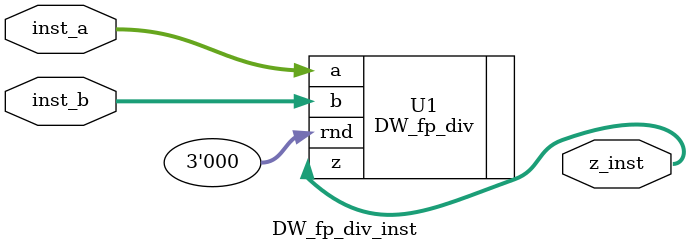
<source format=v>

module CNN(
    //Input Port
    clk,
    rst_n,
    in_valid,
    Img,
    Kernel_ch1,
    Kernel_ch2,
	Weight,
    Opt,

    //Output Port
    out_valid,
    out
    );


//---------------------------------------------------------------------
//   PARAMETER
//---------------------------------------------------------------------

// IEEE floating point parameter
parameter inst_sig_width = 23;
parameter inst_exp_width = 8;
parameter inst_ieee_compliance = 0;
parameter inst_arch_type = 0;
parameter inst_arch = 0;
parameter inst_faithful_round = 0;

input rst_n, clk, in_valid;
input [inst_sig_width+inst_exp_width:0] Img, Kernel_ch1, Kernel_ch2, Weight;
input Opt;

output reg	out_valid;
output reg [inst_sig_width +inst_exp_width:0] out;


//---------------------------------------------------------------------
//   Reg & Wires
//---------------------------------------------------------------------
parameter FP_ZERO = 32'b00000000000000000000000000000000 ;
parameter FP_ONE = 32'b00111111100000000000000000000000 ;
parameter FP_min = 32'b1_1111111011111111111111111111111;
//reg [2:0] cs_state;
//reg [2:0] ns_state;

reg [inst_sig_width+inst_exp_width:0] kernel_ch1_1_save [1:4];
reg [inst_sig_width+inst_exp_width:0] kernel_ch1_1_save_reg [1:4];
reg [inst_sig_width+inst_exp_width:0] kernel_ch1_2_save [1:4];
reg [inst_sig_width+inst_exp_width:0] kernel_ch1_2_save_reg [1:4];
reg [inst_sig_width+inst_exp_width:0] kernel_ch1_3_save [1:4];
reg [inst_sig_width+inst_exp_width:0] kernel_ch1_3_save_reg [1:4];
reg [inst_sig_width+inst_exp_width:0] kernel_ch2_1_save [1:4];
reg [inst_sig_width+inst_exp_width:0] kernel_ch2_1_save_reg [1:4];
reg [inst_sig_width+inst_exp_width:0] kernel_ch2_2_save [1:4];
reg [inst_sig_width+inst_exp_width:0] kernel_ch2_2_save_reg [1:4];
reg [inst_sig_width+inst_exp_width:0] kernel_ch2_3_save [1:4];
reg [inst_sig_width+inst_exp_width:0] kernel_ch2_3_save_reg [1:4];
reg  [inst_sig_width+inst_exp_width:0] CNN_image[1:5][1:5];
reg  [inst_sig_width+inst_exp_width:0] CNN_image_reg[1:5][1:5];

reg [2:0] local_cnt;
reg [6:0] counting;
reg [6:0] n_counting;
reg [inst_sig_width+inst_exp_width:0] multiplicand1[1:8];
reg [inst_sig_width+inst_exp_width:0] multiplicand2[1:8];
reg [inst_sig_width+inst_exp_width:0] multiplier1[1:8];
reg [inst_sig_width+inst_exp_width:0] multiplier2[1:8];
wire [inst_sig_width+inst_exp_width:0] save_mult_temp1[1:8];
wire [inst_sig_width+inst_exp_width:0] save_mult_temp2[1:8];
reg [inst_sig_width+inst_exp_width:0] save_mult_temp1_reg[1:8];
reg [inst_sig_width+inst_exp_width:0] save_mult_temp2_reg[1:8];
reg [inst_sig_width+inst_exp_width:0] augmend1[1:8];
reg [inst_sig_width+inst_exp_width:0] augmend2[1:8];
reg [inst_sig_width+inst_exp_width:0] addend1[1:8];
reg [inst_sig_width+inst_exp_width:0] addend2[1:8];

wire  [inst_sig_width+inst_exp_width:0] partial_sum1[1:8];
reg  [inst_sig_width+inst_exp_width:0] partial_sum1_reg[1:8];
wire  [inst_sig_width+inst_exp_width:0] partial_sum2[1:8];
reg  [inst_sig_width+inst_exp_width:0] partial_sum2_reg[1:8];


reg  [inst_sig_width+inst_exp_width:0] feature_map1[1:6][1:6];
reg  [inst_sig_width+inst_exp_width:0] feature_map2[1:6][1:6];
reg  [inst_sig_width+inst_exp_width:0] max_pooling1[1:4];
reg  [inst_sig_width+inst_exp_width:0] max_pooling2[1:4];
wire [inst_sig_width+inst_exp_width:0] temp_max1_1;
reg [inst_sig_width+inst_exp_width:0] temp_max1_1_reg;
wire [inst_sig_width+inst_exp_width:0] temp_max1_2;
reg [inst_sig_width+inst_exp_width:0] temp_max1_2_reg;
wire [inst_sig_width+inst_exp_width:0] temp_max1_3;
reg [inst_sig_width+inst_exp_width:0] temp_max1_3_reg;
wire  [inst_sig_width+inst_exp_width:0] temp_max2_1;
reg  [inst_sig_width+inst_exp_width:0] temp_max2_1_reg;
wire  [inst_sig_width+inst_exp_width:0] temp_max2_2;
reg  [inst_sig_width+inst_exp_width:0] temp_max2_2_reg;
wire  [inst_sig_width+inst_exp_width:0] temp_max2_3;
reg  [inst_sig_width+inst_exp_width:0] temp_max2_3_reg;
reg  [inst_sig_width+inst_exp_width:0] comparewho_1_1;
reg  [inst_sig_width+inst_exp_width:0] comparewho_1_2;
reg  [inst_sig_width+inst_exp_width:0] comparewho_1_3;
reg  [inst_sig_width+inst_exp_width:0] comparewho_1_4;
reg  [inst_sig_width+inst_exp_width:0] comparewho_2_1;
reg  [inst_sig_width+inst_exp_width:0] comparewho_2_2;
reg  [inst_sig_width+inst_exp_width:0] comparewho_2_3;
reg  [inst_sig_width+inst_exp_width:0] comparewho_2_4;
reg  [inst_sig_width+inst_exp_width:0] max_pooling_result1[0:1][0:1];
reg  [inst_sig_width+inst_exp_width:0] max_pooling_result2[0:1][0:1];
reg [31:0] exp_time1;
reg [31:0] exp_time2;
reg [31:0] exp_time3;
reg [31:0] exp_time4;
wire [31:0] after_exp1;
wire [31:0] after_exp2;
wire [31:0] after_exp3;
wire [31:0] after_exp4;
reg [31:0] after_exp1_reg;
reg [31:0] after_exp2_reg;
reg [31:0] after_exp3_reg;
reg [31:0] after_exp4_reg;
reg opt_reg;
integer i,j;
reg [31:0] mp_1,mp_2;
wire [31:0] partial_sum3_1;
reg [31:0] partial_sum3_reg_1;
wire [31:0] partial_sum3_2;
reg [31:0] partial_sum3_reg_2;
reg [31:0] div_value1[1:2];
reg [31:0] div_value2[1:2];
reg [31:0] after_div_reg1;
reg [31:0] after_div_reg2[1:4];
wire [31:0] after_div1;
wire [31:0] after_div2;
reg [31:0] minus_constant1;
reg [31:0] minus_constant2;
reg option,option2;
reg [inst_sig_width+inst_exp_width:0] Weight_save1[1:8];
reg [inst_sig_width+inst_exp_width:0] Weight_save2[1:8];
reg [inst_sig_width+inst_exp_width:0] Weight_save3[1:8];
reg [inst_sig_width+inst_exp_width:0] Weight_save1_reg[1:8];
reg [inst_sig_width+inst_exp_width:0] Weight_save2_reg[1:8];
reg [inst_sig_width+inst_exp_width:0] Weight_save3_reg[1:8];
reg [inst_sig_width+inst_exp_width:0] fully_map[1:3];
reg [31:0] soft_max_exp[1:3];
reg [31:0] c,d,f,mother_out,mother_out_reg;
wire [31:0] temp_out;
reg [31:0] n_after_ful[1:3];
reg [31:0] after_ful[1:3];
reg [31:0]conv1_a,conv1_b,conv1_c,conv1_d,conv1_e,conv1_f,conv1_g,conv1_h,z_conv1;
reg [31:0]z_conv1_reg;
reg [31:0]a,b,z;
//---------------------------------------------------------------------
// CNN
//---------------------------------------------------------------------
always@(posedge clk) begin
    if(in_valid&&counting==1) begin
        opt_reg <= Opt;
    end
    
end

always@(posedge clk or negedge rst_n) begin
    if(!rst_n) begin
        counting <= 7'b0;
    end
    else if(!in_valid && counting>=76 &&counting<=109) begin
        counting <= counting + 7'd1;
    end 
    /*else if(!in_valid && (counting==7'd76||counting==7'd77||counting==7'd78||counting==7'd79||counting==7'd80||counting==7'd81||counting==7'd82||counting==7'd83)) begin
        counting <= counting + 7'd1;
    end */
    else if(in_valid) begin
        counting <= counting + 7'd1;
    end 
    else begin
        counting <= 7'd1;
    end
end
always@(posedge clk or negedge rst_n) begin
    if(!rst_n) begin
        local_cnt <= 3'b0;
    end
    else if(local_cnt==3'd5) begin
        local_cnt <= 7'd1;
    end
    else if(in_valid) begin
        local_cnt <= local_cnt + 7'd1;
    end 
    else begin
        local_cnt <= 7'd1;
    end
end
always@(*) begin//maybe can delete reset 
    for(i=1;i<=4;i=i+1) begin
            kernel_ch1_1_save[i] = kernel_ch1_1_save_reg[i]; 
    end 
    
        case (counting)
            1: begin
                kernel_ch1_1_save[1] = Kernel_ch1;
                kernel_ch1_1_save[2] = kernel_ch1_1_save_reg[2];
                kernel_ch1_1_save[3] = kernel_ch1_1_save_reg[3]; 
                kernel_ch1_1_save[4] = kernel_ch1_1_save_reg[4]; 
            end
            2: begin
                kernel_ch1_1_save[1] = kernel_ch1_1_save_reg[1];
                kernel_ch1_1_save[2] = Kernel_ch1;
                kernel_ch1_1_save[3] = kernel_ch1_1_save_reg[3];
                kernel_ch1_1_save[4] = kernel_ch1_1_save_reg[4];
            end
            3: begin
                kernel_ch1_1_save[1] = kernel_ch1_1_save_reg[1];
                kernel_ch1_1_save[2] = kernel_ch1_1_save_reg[2];
                kernel_ch1_1_save[3] = Kernel_ch1;
                kernel_ch1_1_save[4] = kernel_ch1_1_save_reg[4];
            end
            4:  begin
                kernel_ch1_1_save[1] = kernel_ch1_1_save_reg[1];
                kernel_ch1_1_save[2] = kernel_ch1_1_save_reg[2];
                kernel_ch1_1_save[3] = kernel_ch1_1_save_reg[3];
                kernel_ch1_1_save[4] = Kernel_ch1;
            end
        endcase
    
end
always@(posedge clk) begin//maybe can delete reset
    for(i=1;i<=4;i=i+1) begin
        kernel_ch1_1_save_reg[i] <= kernel_ch1_1_save[i]; 
    end 
end
always@(*) begin//maybe can delete reset
    for(i=1;i<=4;i=i+1) begin
        kernel_ch1_2_save[i] = kernel_ch1_2_save_reg[i]; 
    end 
    
        case (counting)
            5: begin
                kernel_ch1_2_save[1] = Kernel_ch1;
                kernel_ch1_2_save[2] = kernel_ch1_2_save_reg[2];
                kernel_ch1_2_save[3] = kernel_ch1_2_save_reg[3]; 
                kernel_ch1_2_save[4] = kernel_ch1_2_save_reg[4];
            end
            6: begin
                kernel_ch1_2_save[1] = kernel_ch1_2_save_reg[1];
                kernel_ch1_2_save[2] = Kernel_ch1;
                kernel_ch1_2_save[3] = kernel_ch1_2_save_reg[3];
                kernel_ch1_2_save[4] = kernel_ch1_2_save_reg[4];
            end
            7: begin
                kernel_ch1_2_save[1] = kernel_ch1_2_save_reg[1];
                kernel_ch1_2_save[2] = kernel_ch1_2_save_reg[2];
                kernel_ch1_2_save[3] = Kernel_ch1;
                kernel_ch1_2_save[4] = kernel_ch1_2_save_reg[4];
            end
            8:  begin
                kernel_ch1_2_save[1] = kernel_ch1_2_save_reg[1];
                kernel_ch1_2_save[2] = kernel_ch1_2_save_reg[2];
                kernel_ch1_2_save[3] = kernel_ch1_2_save_reg[3];
                kernel_ch1_2_save[4] = Kernel_ch1;
            end
        endcase
    
end
always@(posedge clk) begin//maybe can delete reset
    for(i=1;i<=4;i=i+1) begin
        kernel_ch1_2_save_reg[i] <= kernel_ch1_2_save[i]; 
    end 
end

always@(*) begin//maybe can delete reset
    for(i=1;i<=4;i=i+1) begin
            kernel_ch1_3_save[i] = kernel_ch1_3_save_reg[i]; 
    end 
    
        case (counting)
            9: begin
                kernel_ch1_3_save[1] = Kernel_ch1;
                kernel_ch1_3_save[2] = kernel_ch1_3_save_reg[2];
                kernel_ch1_3_save[3] = kernel_ch1_3_save_reg[3];
                kernel_ch1_3_save[4] = kernel_ch1_3_save_reg[4];
            end
            10: begin
                kernel_ch1_3_save[1] = kernel_ch1_3_save_reg[1];
                kernel_ch1_3_save[2] = Kernel_ch1;
                kernel_ch1_3_save[3] = kernel_ch1_3_save_reg[3];
                kernel_ch1_3_save[4] = kernel_ch1_3_save_reg[4];
            end
            11: begin
                kernel_ch1_3_save[1] = kernel_ch1_3_save_reg[1];
                kernel_ch1_3_save[2] = kernel_ch1_3_save_reg[2];
                kernel_ch1_3_save[3] = Kernel_ch1;
                kernel_ch1_3_save[4] = kernel_ch1_3_save_reg[4];
            end
            12:  begin
                kernel_ch1_3_save[1] = kernel_ch1_3_save_reg[1];
                kernel_ch1_3_save[2] = kernel_ch1_3_save_reg[2];
                kernel_ch1_3_save[3] = kernel_ch1_3_save_reg[3];
                kernel_ch1_3_save[4] = Kernel_ch1;
            end
        endcase
end
always@(posedge clk) begin//maybe can delete reset
    for(i=1;i<=4;i=i+1) begin
        kernel_ch1_3_save_reg[i] <= kernel_ch1_3_save[i]; 
    end 
end
always@(*) begin//maybe can delete reset
    for(i=1;i<=4;i=i+1) begin
        kernel_ch2_1_save[i] = kernel_ch2_1_save_reg[i]; 
    end 
    
        case (counting)
            1: begin
                kernel_ch2_1_save[1] = Kernel_ch2;
            end
            2: begin
                kernel_ch2_1_save[2] = Kernel_ch2;
            end
            3: begin
                kernel_ch2_1_save[3] = Kernel_ch2;
            end
            4:  begin
                kernel_ch2_1_save[4] = Kernel_ch2;
            end
        endcase
    
end
always@(posedge clk) begin//maybe can delete reset
    for(i=1;i<=4;i=i+1) begin
        kernel_ch2_1_save_reg[i] <= kernel_ch2_1_save[i]; 
    end 
end
always@(*) begin//maybe can delete reset
    for(i=1;i<=4;i=i+1) begin
        kernel_ch2_2_save[i] = kernel_ch2_2_save_reg[i]; 
    end
        case (counting)
            5: begin
                kernel_ch2_2_save[1] = Kernel_ch2;
            end
            6: begin
                kernel_ch2_2_save[2] = Kernel_ch2;
            end
            7: begin
                kernel_ch2_2_save[3] = Kernel_ch2;
            end
            8:  begin
                kernel_ch2_2_save[4] = Kernel_ch2;
            end
        endcase
end
always@(posedge clk) begin//maybe can delete reset
    for(i=1;i<=4;i=i+1) begin
        kernel_ch2_2_save_reg[i] <= kernel_ch2_2_save[i]; 
    end 
end

always@(*) begin//maybe can delete reset
    for(i=1;i<=4;i=i+1) begin
        kernel_ch2_3_save[i] = kernel_ch2_3_save_reg[i]; 
    end
    
        case (counting)
            9: begin
                kernel_ch2_3_save[1] = Kernel_ch2;
            end
            10: begin
                kernel_ch2_3_save[2] = Kernel_ch2;
            end
            11: begin
                kernel_ch2_3_save[3] = Kernel_ch2;
            end
            12:  begin
                kernel_ch2_3_save[4] = Kernel_ch2;
            end
        endcase
    
end
always@(posedge clk) begin//maybe can delete reset
    for(i=1;i<=4;i=i+1) begin
        kernel_ch2_3_save_reg[i] <= kernel_ch2_3_save[i]; 
    end 
end
always@(*) begin
    for(i=1;i<=5;i=i+1) begin
        for(j=1;j<=5;j=j+1) begin
            CNN_image[i][j] = CNN_image_reg[i][j];
        end 
    end 
    
        if((counting==1 || counting == 26  || counting == 51)&& local_cnt==1) begin
            CNN_image[1][1] = Img;
        end 
        else if((counting==2 || counting == 27 || counting == 52)&& local_cnt==2) begin
            CNN_image[1][2] = Img;
        end 
        else if((counting==3 || counting == 28 || counting == 53)&& local_cnt==3) begin
            CNN_image[1][3] = Img;
        end 
        else if((counting==4 || counting == 29 || counting == 54)&& local_cnt==4) begin
            CNN_image[1][4] = Img;
        end
        else if((counting==5 || counting == 30 || counting == 55)&& local_cnt==5) begin
            CNN_image[1][5] = Img;
        end
        else if((counting==6 || counting == 31 || counting == 56 )&& local_cnt==1) begin
            CNN_image[2][1] = Img;
        end 
        else if((counting==7 || counting == 32 || counting == 57)&& local_cnt==2) begin
            CNN_image[2][2] = Img;
        end 
        else if((counting==8 || counting == 33 || counting == 58)&& local_cnt==3) begin
            CNN_image[2][3] = Img;
        end 
        else if((counting==9 || counting == 34 || counting == 59) && local_cnt==4) begin
            CNN_image[2][4] = Img;
        end
        else if((counting==10 || counting == 35 || counting == 60) && local_cnt==5) begin
            CNN_image[2][5] = Img;
        end
        else if((counting==11 || counting == 36 || counting == 61) && local_cnt==1) begin
            CNN_image[3][1] = Img;
        end 
        else if((counting==12 || counting == 37 || counting == 62) && local_cnt==2) begin
            CNN_image[3][2] = Img;
        end 
        else if((counting==13 || counting == 38 || counting == 63) && local_cnt==3) begin
            CNN_image[3][3] = Img;
        end 
        else if((counting==14 || counting == 39 || counting == 64) && local_cnt==4) begin
            CNN_image[3][4] = Img;
        end
        else if((counting==15 || counting == 40 || counting == 65) && local_cnt==5) begin
            CNN_image[3][5] = Img;
        end
        else if((counting==16 || counting == 41 || counting == 66) && local_cnt==1) begin
            CNN_image[4][1] = Img;
        end 
        else if((counting==17 || counting == 42 || counting == 67) && local_cnt==2) begin
            CNN_image[4][2] = Img;
        end 
        else if((counting==18 || counting == 43 || counting == 68) && local_cnt==3) begin
            CNN_image[4][3] = Img;
        end 
        else if((counting==19 || counting == 44 || counting == 69) && local_cnt==4) begin
            CNN_image[4][4] = Img;
        end
        else if((counting==20 || counting == 45 || counting == 70) && local_cnt==5) begin
            CNN_image[4][5] = Img;
        end
        else if((counting==21 || counting == 46 || counting == 71) && local_cnt==1) begin
            CNN_image[5][1] = Img;
        end 
        else if((counting==22 || counting == 47 || counting == 72) && local_cnt==2) begin
            CNN_image[5][2] = Img;
        end 
        else if((counting==23 || counting == 48 || counting == 73) && local_cnt==3) begin
            CNN_image[5][3] = Img;
        end 
        else if((counting==24 || counting == 49 || counting == 74) && local_cnt==4) begin
            CNN_image[5][4] = Img;
        end
        else if((counting==25 || counting == 50 || counting == 75) && local_cnt==5) begin
            CNN_image[5][5] = Img;
        end
        
    
end
always@(posedge clk) begin
    for(i=1;i<=5;i=i+1) begin
        for(j=1;j<=5;j=j+1) begin
            CNN_image_reg[i][j] <= CNN_image[i][j];
        end 
    end 
end

always@(*) begin
        if(counting==13 || counting == 38 || counting == 60) begin
            multiplicand1[1] = (opt_reg) ? CNN_image_reg[1][1] : FP_ZERO;//1
            multiplicand1[2] = (opt_reg) ? CNN_image_reg[1][1] : FP_ZERO;//2
            multiplicand1[3] = (opt_reg) ? CNN_image_reg[1][1] : FP_ZERO;//3
            multiplicand1[4] = CNN_image_reg[1][1];//4
            multiplicand1[5] = (opt_reg) ? CNN_image_reg[1][1] : FP_ZERO;//1
            multiplicand1[6] = (opt_reg) ? CNN_image_reg[1][2] : FP_ZERO;//2
            multiplicand1[7] = CNN_image_reg[1][1];//3
            multiplicand1[8] = CNN_image_reg[1][2];//4
        end
        else if(counting==14 || counting == 39 || counting == 61) begin
            multiplicand1[1] = (opt_reg) ? CNN_image_reg[1][2] : FP_ZERO;//1
            multiplicand1[2] = (opt_reg) ? CNN_image_reg[1][3] : FP_ZERO;//2
            multiplicand1[3] = CNN_image_reg[1][2];//3
            multiplicand1[4] = CNN_image_reg[1][3];//4
            multiplicand1[5] = (opt_reg) ? CNN_image_reg[1][3] : FP_ZERO;//1
            multiplicand1[6] = (opt_reg) ? CNN_image_reg[1][4] : FP_ZERO;//2
            multiplicand1[7] = CNN_image_reg[1][3];//3
            multiplicand1[8] = CNN_image_reg[1][4];//4
        end
        else if(counting==15 || counting == 40 || counting == 62) begin
            multiplicand1[1] = (opt_reg) ? CNN_image_reg[1][4] : FP_ZERO;//1
            multiplicand1[2] = (opt_reg) ? CNN_image_reg[1][5] : FP_ZERO;//2
            multiplicand1[3] = CNN_image_reg[1][4];//3
            multiplicand1[4] = CNN_image_reg[1][5];//4
            multiplicand1[5] = (opt_reg) ? CNN_image_reg[1][5] : FP_ZERO;//1
            multiplicand1[6] = (opt_reg) ? CNN_image_reg[1][5] : FP_ZERO;//2
            multiplicand1[7] = CNN_image_reg[1][5];//3
            multiplicand1[8] = (opt_reg) ? CNN_image_reg[1][5] : FP_ZERO;//4
        end
        else if(counting==16 || counting == 41 || counting == 63) begin
            multiplicand1[1] = (opt_reg) ? CNN_image_reg[1][1] : FP_ZERO;//1
            multiplicand1[2] = CNN_image_reg[1][1];//2
            multiplicand1[3] = (opt_reg) ? CNN_image_reg[2][1] : FP_ZERO;//3
            multiplicand1[4] = CNN_image_reg[2][1];//4
            multiplicand1[5] = CNN_image_reg[1][1];//1
            multiplicand1[6] = CNN_image_reg[1][2];//2
            multiplicand1[7] = CNN_image_reg[2][1];//3
            multiplicand1[8] = CNN_image_reg[2][2];//4
        end
        else if(counting==17 || counting == 42 || counting == 64) begin
            multiplicand1[1] = CNN_image_reg[1][2];//1
            multiplicand1[2] = CNN_image_reg[1][3];//2
            multiplicand1[3] = CNN_image_reg[2][2];//3
            multiplicand1[4] = CNN_image_reg[2][3];//4
            multiplicand1[5] = CNN_image_reg[1][3];//1
            multiplicand1[6] = CNN_image_reg[1][4];//2
            multiplicand1[7] = CNN_image_reg[2][3];//3
            multiplicand1[8] = CNN_image_reg[2][4];//4
        end
        else if(counting==18 || counting == 43 || counting == 65) begin
            multiplicand1[1] = CNN_image_reg[1][4];//1
            multiplicand1[2] = CNN_image_reg[1][5];//2
            multiplicand1[3] = CNN_image_reg[2][4];//3
            multiplicand1[4] = CNN_image_reg[2][5];//4
            multiplicand1[5] = CNN_image_reg[1][5];//1
            multiplicand1[6] = (opt_reg) ? CNN_image_reg[1][5] : FP_ZERO;//2
            multiplicand1[7] = CNN_image_reg[2][5];//3
            multiplicand1[8] = (opt_reg) ? CNN_image_reg[2][5] : FP_ZERO;//4
        end
        else if(counting==19 || counting == 44 || counting == 66) begin
            multiplicand1[1] = (opt_reg) ? CNN_image_reg[2][1] : FP_ZERO;//1
            multiplicand1[2] = CNN_image_reg[2][1];//2
            multiplicand1[3] = (opt_reg) ? CNN_image_reg[3][1] : FP_ZERO;//3
            multiplicand1[4] = CNN_image_reg[3][1];//4
            multiplicand1[5] = CNN_image_reg[2][1];//1
            multiplicand1[6] = CNN_image_reg[2][2];//2
            multiplicand1[7] = CNN_image_reg[3][1];//3
            multiplicand1[8] = CNN_image_reg[3][2];//4
        end
        else if(counting==20 || counting == 45 || counting == 67) begin
            multiplicand1[1] = CNN_image_reg[2][2];//1
            multiplicand1[2] = CNN_image_reg[2][3];//2
            multiplicand1[3] = CNN_image_reg[3][2];//3
            multiplicand1[4] = CNN_image_reg[3][3];//4
            multiplicand1[5] = CNN_image_reg[2][3];//1
            multiplicand1[6] = CNN_image_reg[2][4];//2
            multiplicand1[7] = CNN_image_reg[3][3];//3
            multiplicand1[8] = CNN_image_reg[3][4];//4
        end
        else if(counting==21 || counting == 46 || counting == 68) begin
            multiplicand1[1] = CNN_image_reg[2][4];//1
            multiplicand1[2] = CNN_image_reg[2][5];//2
            multiplicand1[3] = CNN_image_reg[3][4];//3
            multiplicand1[4] = CNN_image_reg[3][5];//4
            multiplicand1[5] = CNN_image_reg[2][5];//1
            multiplicand1[6] = (opt_reg) ? CNN_image_reg[2][5] : FP_ZERO;//2
            multiplicand1[7] = CNN_image_reg[3][5];//3
            multiplicand1[8] = (opt_reg) ? CNN_image_reg[3][5] : FP_ZERO;//4
        end
        else if(counting==22 || counting == 47 || counting == 69) begin
            multiplicand1[1] = (opt_reg) ? CNN_image_reg[3][1] : FP_ZERO;//1
            multiplicand1[2] = CNN_image_reg[3][1];//2
            multiplicand1[3] = (opt_reg) ? CNN_image_reg[4][1] : FP_ZERO;//3
            multiplicand1[4] = CNN_image_reg[4][1];//4
            multiplicand1[5] = CNN_image_reg[3][1];//1
            multiplicand1[6] = CNN_image_reg[3][2];//2
            multiplicand1[7] = CNN_image_reg[4][1];//3
            multiplicand1[8] = CNN_image_reg[4][2];//4
        end
        else if(counting==23 || counting == 48 ) begin
            multiplicand1[1] = CNN_image_reg[3][2];//1
            multiplicand1[2] = CNN_image_reg[3][3];//2
            multiplicand1[3] = CNN_image_reg[4][2];//3
            multiplicand1[4] = CNN_image_reg[4][3];//4
            multiplicand1[5] = CNN_image_reg[3][3];//1
            multiplicand1[6] = CNN_image_reg[3][4];//2
            multiplicand1[7] = CNN_image_reg[4][3];//3
            multiplicand1[8] = CNN_image_reg[4][4];//4
        end
        else if(counting==24 || counting == 49 ) begin
            multiplicand1[1] = CNN_image_reg[3][4];//1
            multiplicand1[2] = CNN_image_reg[3][5];//2
            multiplicand1[3] = CNN_image_reg[4][4];//3
            multiplicand1[4] = CNN_image_reg[4][5];//4
            multiplicand1[5] = CNN_image_reg[3][5];//1
            multiplicand1[6] = (opt_reg) ? CNN_image_reg[3][5] : FP_ZERO;//2
            multiplicand1[7] = CNN_image_reg[4][5];//3
            multiplicand1[8] = (opt_reg) ? CNN_image_reg[4][5] : FP_ZERO;//4
        end
        else if(counting==25 || counting == 50 ) begin
            multiplicand1[1] = (opt_reg) ? CNN_image_reg[4][1] : FP_ZERO;//1
            multiplicand1[2] = CNN_image_reg[4][1];//2
            multiplicand1[3] = (opt_reg) ? CNN_image_reg[5][1] : FP_ZERO;//3
            multiplicand1[4] = CNN_image_reg[5][1];//4
            multiplicand1[5] = CNN_image_reg[4][1];//1
            multiplicand1[6] = CNN_image_reg[4][2];//2
            multiplicand1[7] = CNN_image_reg[5][1];//3
            multiplicand1[8] = CNN_image_reg[5][2];//4
        end
        else if(counting==26 || counting == 51 ) begin
            multiplicand1[1] = CNN_image_reg[4][2];//1
            multiplicand1[2] = CNN_image_reg[4][3];//2
            multiplicand1[3] = CNN_image_reg[5][2];//3
            multiplicand1[4] = CNN_image_reg[5][3];//4
            multiplicand1[5] = CNN_image_reg[4][3];//1
            multiplicand1[6] = CNN_image_reg[4][4];//2
            multiplicand1[7] = CNN_image_reg[5][3];//3
            multiplicand1[8] = CNN_image_reg[5][4];//4
        end
        else if(counting==27 || counting == 52 ) begin
            multiplicand1[1] = CNN_image_reg[4][4];//1
            multiplicand1[2] = CNN_image_reg[4][5];//2
            multiplicand1[3] = CNN_image_reg[5][4];//3
            multiplicand1[4] = CNN_image_reg[5][5];//4
            multiplicand1[5] = CNN_image_reg[4][5];//1
            multiplicand1[6] = (opt_reg) ? CNN_image_reg[4][5] : FP_ZERO;//2
            multiplicand1[7] = CNN_image_reg[5][5];//3
            multiplicand1[8] = (opt_reg) ? CNN_image_reg[5][5] : FP_ZERO;//4
        end
        else if(counting==28 || counting == 53 ) begin
            multiplicand1[1] = (opt_reg) ? CNN_image_reg[5][1] : FP_ZERO;//1
            multiplicand1[2] = CNN_image_reg[5][1];//2
            multiplicand1[3] = (opt_reg) ? CNN_image_reg[5][1] : FP_ZERO;//3
            multiplicand1[4] = (opt_reg) ? CNN_image_reg[5][1] : FP_ZERO;//4
            multiplicand1[5] = CNN_image_reg[5][1];//1
            multiplicand1[6] = CNN_image_reg[5][2];//2
            multiplicand1[7] = (opt_reg) ? CNN_image_reg[5][1] : FP_ZERO;//3
            multiplicand1[8] = (opt_reg) ? CNN_image_reg[5][2] : FP_ZERO;//4
        end
        else if(counting==29 || counting == 54 ) begin
            multiplicand1[1] =CNN_image_reg[5][2];//1
            multiplicand1[2] =CNN_image_reg[5][3];//2
            multiplicand1[3] = (opt_reg) ? CNN_image_reg[5][2] : FP_ZERO;//3
            multiplicand1[4] = (opt_reg) ? CNN_image_reg[5][3] : FP_ZERO;//4
            multiplicand1[5] =CNN_image_reg[5][3];//1
            multiplicand1[6] =CNN_image_reg[5][4];//2
            multiplicand1[7] = (opt_reg) ? CNN_image_reg[5][3] : FP_ZERO;//3
            multiplicand1[8] = (opt_reg) ? CNN_image_reg[5][4] : FP_ZERO;//4
        end
        else if(counting==30  || counting == 55 ) begin
            multiplicand1[1] = CNN_image_reg[5][4];//1
            multiplicand1[2] = CNN_image_reg[5][5];//2
            multiplicand1[3] = (opt_reg) ? CNN_image_reg[5][4] : FP_ZERO;//3
            multiplicand1[4] = (opt_reg) ? CNN_image_reg[5][5] : FP_ZERO;//4
            multiplicand1[5] = CNN_image_reg[5][5];//1
            multiplicand1[6] = (opt_reg) ? CNN_image_reg[5][5] : FP_ZERO;//2
            multiplicand1[7] = (opt_reg) ? CNN_image_reg[5][5] : FP_ZERO;//3
            multiplicand1[8] = (opt_reg) ? CNN_image_reg[5][5] : FP_ZERO;//4
        end
        else if( counting == 70) begin
            multiplicand1[1] =CNN_image_reg[3][2];//1
            multiplicand1[2] =CNN_image_reg[3][3];//2
            multiplicand1[3] =CNN_image_reg[4][2];//3
            multiplicand1[4] =CNN_image_reg[4][3];//4
            multiplicand1[5] =CNN_image_reg[3][3];//1
            multiplicand1[6] =CNN_image_reg[3][4];//2
            multiplicand1[7] =CNN_image_reg[4][3];//3
            multiplicand1[8] =CNN_image_reg[4][4];//4
        end
        else if(counting==71 ) begin
            multiplicand1[1] =CNN_image_reg[3][4];//1
            multiplicand1[2] =CNN_image_reg[3][5];//2
            multiplicand1[3] =CNN_image_reg[4][4];//3
            multiplicand1[4] =CNN_image_reg[4][5];//4
            multiplicand1[5] =CNN_image_reg[3][5];//1
            multiplicand1[6] = (opt_reg) ? CNN_image_reg[3][5] : FP_ZERO;//2
            multiplicand1[7] =CNN_image_reg[4][5];//3
            multiplicand1[8] = (opt_reg) ? CNN_image_reg[4][5] : FP_ZERO;//4
        end
        else if(counting==72 ) begin
            multiplicand1[1] = (opt_reg) ? CNN_image_reg[4][1] : FP_ZERO;//1
            multiplicand1[2] = CNN_image_reg[4][1];//2
            multiplicand1[3] = (opt_reg) ? CNN_image_reg[5][1] : FP_ZERO;//3
            multiplicand1[4] = CNN_image_reg[5][1];//4
            multiplicand1[5] = (opt_reg) ? CNN_image_reg[5][1] : FP_ZERO;//1
            multiplicand1[6] = CNN_image_reg[5][1];//2
            multiplicand1[7] = (opt_reg) ? CNN_image_reg[5][1] : FP_ZERO;//3
            multiplicand1[8] = (opt_reg) ? CNN_image_reg[5][1] : FP_ZERO;//4
        end
        else if(counting==73 ) begin
            multiplicand1[1] = CNN_image_reg[4][1];//1
            multiplicand1[2] = CNN_image_reg[4][2];//2
            multiplicand1[3] = CNN_image_reg[5][1];//3
            multiplicand1[4] = CNN_image_reg[5][2];//4
            multiplicand1[5] = CNN_image_reg[5][1];//1
            multiplicand1[6] = CNN_image_reg[5][2];//2
            multiplicand1[7] = (opt_reg) ? CNN_image_reg[5][1] : FP_ZERO;//3
            multiplicand1[8] = (opt_reg) ? CNN_image_reg[5][2] : FP_ZERO;//4
        end
        else if(counting==74 ) begin
            multiplicand1[1] = CNN_image_reg[4][2];//1
            multiplicand1[2] = CNN_image_reg[4][3];//2
            multiplicand1[3] = CNN_image_reg[5][2];//3
            multiplicand1[4] = CNN_image_reg[5][3];//4
            multiplicand1[5] = CNN_image_reg[5][2];//1
            multiplicand1[6] = CNN_image_reg[5][3];//2
            multiplicand1[7] = (opt_reg) ? CNN_image_reg[5][2] : FP_ZERO;//3
            multiplicand1[8] = (opt_reg) ? CNN_image_reg[5][3] : FP_ZERO;//4
        end
        else if(counting==75 ) begin
            multiplicand1[1] = CNN_image_reg[4][3];//1
            multiplicand1[2] = CNN_image_reg[4][4];//2
            multiplicand1[3] = CNN_image_reg[5][3];//3
            multiplicand1[4] = CNN_image_reg[5][4];//4
            multiplicand1[5] = CNN_image_reg[5][3];//1
            multiplicand1[6] = CNN_image_reg[5][4];//2
            multiplicand1[7] = (opt_reg) ? CNN_image_reg[5][3] : FP_ZERO;//3
            multiplicand1[8] = (opt_reg) ? CNN_image_reg[5][4] : FP_ZERO;//4
        end
        else if(counting==76 ) begin
            multiplicand1[1] =CNN_image_reg[4][4];//1
            multiplicand1[2] =CNN_image_reg[4][5];//2
            multiplicand1[3] =CNN_image_reg[5][4];//3
            multiplicand1[4] =CNN_image_reg[5][5];//4
            multiplicand1[5] =CNN_image_reg[5][4];//1
            multiplicand1[6] =CNN_image_reg[5][5];//2
            multiplicand1[7] = (opt_reg) ? CNN_image_reg[5][4] : FP_ZERO;//3
            multiplicand1[8] = (opt_reg) ? CNN_image_reg[5][5] : FP_ZERO;//4
        end
        else if(counting==77 ) begin
            multiplicand1[1] = CNN_image_reg[4][5];//1
            multiplicand1[2] = (opt_reg) ? CNN_image_reg[4][5]: FP_ZERO;//2
            multiplicand1[3] = CNN_image_reg[5][5];//3
            multiplicand1[4] = (opt_reg) ? CNN_image_reg[5][5]: FP_ZERO;//4
            multiplicand1[5] = CNN_image_reg[5][5];//1
            multiplicand1[6] = (opt_reg) ? CNN_image_reg[5][5]: FP_ZERO;//2
            multiplicand1[7] = (opt_reg) ? CNN_image_reg[5][5] : FP_ZERO;//3
            multiplicand1[8] = (opt_reg) ? CNN_image_reg[5][5] : FP_ZERO;//4
        end
       
        else begin
            multiplicand1[1] = 0;
            multiplicand1[2] = 0;
            multiplicand1[3] = 0;
            multiplicand1[4] = 0;
            multiplicand1[5] = 0;
            multiplicand1[6] = 0;
            multiplicand1[7] = 0;
            multiplicand1[8] = 0;
        end
end

always@(*) begin
        if(counting==13 || counting == 38 || counting == 60) begin
            multiplicand2[1] = (opt_reg) ? CNN_image_reg[1][1] : FP_ZERO;//1
            multiplicand2[2] = (opt_reg) ? CNN_image_reg[1][1] : FP_ZERO;//2
            multiplicand2[3] = (opt_reg) ? CNN_image_reg[1][1] : FP_ZERO;//3
            multiplicand2[4] =  CNN_image_reg[1][1];//4
            multiplicand2[5] = (opt_reg) ? CNN_image_reg[1][1] : FP_ZERO;//1
            multiplicand2[6] = (opt_reg) ? CNN_image_reg[1][2] : FP_ZERO;//2
            multiplicand2[7] = CNN_image_reg[1][1] ;//3
            multiplicand2[8] = CNN_image_reg[1][2] ;//4
        end
        else if(counting==14 || counting == 39 || counting == 61) begin
            multiplicand2[1] = (opt_reg) ? CNN_image_reg[1][2] : FP_ZERO;//1
            multiplicand2[2] = (opt_reg) ? CNN_image_reg[1][3] : FP_ZERO;//2
            multiplicand2[3] = CNN_image_reg[1][2];//3
            multiplicand2[4] = CNN_image_reg[1][3];//4
            multiplicand2[5] = (opt_reg) ? CNN_image_reg[1][3] : FP_ZERO;//1
            multiplicand2[6] = (opt_reg) ? CNN_image_reg[1][4] : FP_ZERO;//2
            multiplicand2[7] = CNN_image_reg[1][3];//3
            multiplicand2[8] = CNN_image_reg[1][4];//4
        end
        else if(counting==15 || counting == 40 || counting == 62) begin
            multiplicand2[1] = (opt_reg) ? CNN_image_reg[1][4] : FP_ZERO;//1
            multiplicand2[2] = (opt_reg) ? CNN_image_reg[1][5] : FP_ZERO;//2
            multiplicand2[3] = CNN_image_reg[1][4];//3
            multiplicand2[4] = CNN_image_reg[1][5];//4
            multiplicand2[5] = (opt_reg) ? CNN_image_reg[1][5] : FP_ZERO;//1
            multiplicand2[6] = (opt_reg) ? CNN_image_reg[1][5] : FP_ZERO;//2
            multiplicand2[7] = CNN_image_reg[1][5];//3
            multiplicand2[8] = (opt_reg) ? CNN_image_reg[1][5] : FP_ZERO;//4
        end
        else if(counting==16 || counting == 41 || counting == 63) begin
            multiplicand2[1] = (opt_reg) ? CNN_image_reg[1][1] : FP_ZERO;//1
            multiplicand2[2] = CNN_image_reg[1][1];//2
            multiplicand2[3] = (opt_reg) ? CNN_image_reg[2][1] : FP_ZERO;//3
            multiplicand2[4] = CNN_image_reg[2][1];//4
            multiplicand2[5] = CNN_image_reg[1][1];//1
            multiplicand2[6] = CNN_image_reg[1][2];//2
            multiplicand2[7] = CNN_image_reg[2][1];//3
            multiplicand2[8] = CNN_image_reg[2][2];//4
        end
        else if(counting==17 || counting == 42 || counting == 64) begin
            multiplicand2[1] = CNN_image_reg[1][2];//1
            multiplicand2[2] = CNN_image_reg[1][3];//2
            multiplicand2[3] = CNN_image_reg[2][2];//3
            multiplicand2[4] = CNN_image_reg[2][3];//4
            multiplicand2[5] = CNN_image_reg[1][3];//1
            multiplicand2[6] = CNN_image_reg[1][4];//2
            multiplicand2[7] = CNN_image_reg[2][3];//3
            multiplicand2[8] = CNN_image_reg[2][4];//4
        end
        else if(counting==18 || counting == 43 || counting == 65) begin
            multiplicand2[1] =  CNN_image_reg[1][4] ;//1
            multiplicand2[2] =  CNN_image_reg[1][5] ;//2
            multiplicand2[3] =  CNN_image_reg[2][4] ;//3
            multiplicand2[4] =  CNN_image_reg[2][5] ;//4
            multiplicand2[5] = CNN_image_reg[1][5];
            multiplicand2[6] = (opt_reg) ? CNN_image_reg[1][5] : FP_ZERO;//1
            multiplicand2[7] = CNN_image_reg[2][5];//4
            multiplicand2[8] = (opt_reg) ? CNN_image_reg[2][5] : FP_ZERO;//3
        end
        else if(counting==19 || counting == 44 || counting == 66) begin
            multiplicand2[1] = (opt_reg) ? CNN_image_reg[2][1] : FP_ZERO;//1
            multiplicand2[2] = CNN_image_reg[2][1];//2
            multiplicand2[3] = (opt_reg) ? CNN_image_reg[3][1] : FP_ZERO;//3
            multiplicand2[4] = CNN_image_reg[3][1];//4
            multiplicand2[5] = CNN_image_reg[2][1];//1
            multiplicand2[6] = CNN_image_reg[2][2];//2
            multiplicand2[7] = CNN_image_reg[3][1];//3
            multiplicand2[8] = CNN_image_reg[3][2];//4
        end
        else if(counting==20 || counting == 45 || counting == 67) begin
            multiplicand2[1] = CNN_image_reg[2][2];//1
            multiplicand2[2] = CNN_image_reg[2][3];//2
            multiplicand2[3] = CNN_image_reg[3][2];//3
            multiplicand2[4] = CNN_image_reg[3][3];//4
            multiplicand2[5] = CNN_image_reg[2][3];//1
            multiplicand2[6] = CNN_image_reg[2][4];//2
            multiplicand2[7] = CNN_image_reg[3][3];//3
            multiplicand2[8] = CNN_image_reg[3][4];//4
        end
        else if(counting==21 || counting == 46 || counting == 68) begin
            multiplicand2[1] = CNN_image_reg[2][4];//1
            multiplicand2[2] = CNN_image_reg[2][5];//2
            multiplicand2[3] = CNN_image_reg[3][4];//3
            multiplicand2[4] = CNN_image_reg[3][5];//4
            multiplicand2[5] = CNN_image_reg[2][5];//1
            multiplicand2[6] = (opt_reg) ? CNN_image_reg[2][5] : FP_ZERO;//2
            multiplicand2[7] = CNN_image_reg[3][5];//3
            multiplicand2[8] = (opt_reg) ? CNN_image_reg[3][5] : FP_ZERO;//4
        end
        else if(counting==22 || counting == 47 || counting == 69) begin
            multiplicand2[1] = (opt_reg) ? CNN_image_reg[3][1] : FP_ZERO;//1
            multiplicand2[2] = CNN_image_reg[3][1];//2
            multiplicand2[3] = (opt_reg) ? CNN_image_reg[4][1] : FP_ZERO;//3
            multiplicand2[4] = CNN_image_reg[4][1];//4
            multiplicand2[5] = CNN_image_reg[3][1];//1
            multiplicand2[6] = CNN_image_reg[3][2];//2
            multiplicand2[7] = CNN_image_reg[4][1];//3
            multiplicand2[8] = CNN_image_reg[4][2];//4
        end
        else if(counting==23 || counting == 48 ) begin
            multiplicand2[1] = CNN_image_reg[3][2];//1
            multiplicand2[2] = CNN_image_reg[3][3];//2
            multiplicand2[3] = CNN_image_reg[4][2];//3
            multiplicand2[4] = CNN_image_reg[4][3];//4
            multiplicand2[5] = CNN_image_reg[3][3];//1
            multiplicand2[6] = CNN_image_reg[3][4];//2
            multiplicand2[7] = CNN_image_reg[4][3];//3
            multiplicand2[8] = CNN_image_reg[4][4];//4
        end
        else if(counting==24 || counting == 49 ) begin
            multiplicand2[1] = CNN_image_reg[3][4];//1
            multiplicand2[2] = CNN_image_reg[3][5];//2
            multiplicand2[3] = CNN_image_reg[4][4];//3
            multiplicand2[4] = CNN_image_reg[4][5];//4
            multiplicand2[5] = CNN_image_reg[3][5];//1
            multiplicand2[6] = (opt_reg) ? CNN_image_reg[3][5] : FP_ZERO;//2
            multiplicand2[7] = CNN_image_reg[4][5];//3
            multiplicand2[8] = (opt_reg) ? CNN_image_reg[4][5] : FP_ZERO;//4
        end
        else if(counting==25 || counting == 50 ) begin
            multiplicand2[1] = (opt_reg) ? CNN_image_reg[4][1] : FP_ZERO;//1
            multiplicand2[2] = CNN_image_reg[4][1];//2
            multiplicand2[3] = (opt_reg) ? CNN_image_reg[5][1] : FP_ZERO;//3
            multiplicand2[4] = CNN_image_reg[5][1];//4
            multiplicand2[5] = CNN_image_reg[4][1];//1
            multiplicand2[6] = CNN_image_reg[4][2];//2
            multiplicand2[7] = CNN_image_reg[5][1];//3
            multiplicand2[8] = CNN_image_reg[5][2];//4
        end
        else if(counting==26 || counting == 51 ) begin
            multiplicand2[1] = CNN_image_reg[4][2];//1
            multiplicand2[2] = CNN_image_reg[4][3];//2
            multiplicand2[3] = CNN_image_reg[5][2];//3
            multiplicand2[4] = CNN_image_reg[5][3];//4
            multiplicand2[5] = CNN_image_reg[4][3];//1
            multiplicand2[6] = CNN_image_reg[4][4];//2
            multiplicand2[7] = CNN_image_reg[5][3];//3
            multiplicand2[8] = CNN_image_reg[5][4];//4
        end
        else if(counting==27 || counting == 52 ) begin
            multiplicand2[1] = CNN_image_reg[4][4];//1
            multiplicand2[2] = CNN_image_reg[4][5];//2
            multiplicand2[3] = CNN_image_reg[5][4];//3
            multiplicand2[4] = CNN_image_reg[5][5];//4
            multiplicand2[5] = CNN_image_reg[4][5];//1
            multiplicand2[6] = (opt_reg) ? CNN_image_reg[4][5] : FP_ZERO;//2
            multiplicand2[7] = CNN_image_reg[5][5];//3
            multiplicand2[8] = (opt_reg) ? CNN_image_reg[5][5] : FP_ZERO;//4
        end
        else if(counting==28 || counting == 53 ) begin
            multiplicand2[1] = (opt_reg) ? CNN_image_reg[5][1] : FP_ZERO;//1
            multiplicand2[2] = CNN_image_reg[5][1];//2
            multiplicand2[3] = (opt_reg) ? CNN_image_reg[5][1] : FP_ZERO;//3
            multiplicand2[4] = (opt_reg) ? CNN_image_reg[5][1] : FP_ZERO;//4
            multiplicand2[5] = CNN_image_reg[5][1];//1
            multiplicand2[6] = CNN_image_reg[5][2];//2
            multiplicand2[7] = (opt_reg) ? CNN_image_reg[5][1] : FP_ZERO;//3
            multiplicand2[8] = (opt_reg) ? CNN_image_reg[5][2] : FP_ZERO;//4
        end
        else if(counting==29 || counting == 54 ) begin
            multiplicand2[1] =CNN_image_reg[5][2];//1
            multiplicand2[2] =CNN_image_reg[5][3];//2
            multiplicand2[3] = (opt_reg) ? CNN_image_reg[5][2] : FP_ZERO;//3
            multiplicand2[4] = (opt_reg) ? CNN_image_reg[5][3] : FP_ZERO;//4
            multiplicand2[5] =CNN_image_reg[5][3];//1
            multiplicand2[6] =CNN_image_reg[5][4];//2
            multiplicand2[7] = (opt_reg) ? CNN_image_reg[5][3] : FP_ZERO;//3
            multiplicand2[8] = (opt_reg) ? CNN_image_reg[5][4] : FP_ZERO;//4
        end
        else if(counting==30  || counting == 55 ) begin
            multiplicand2[1] = CNN_image_reg[5][4];//1
            multiplicand2[2] = CNN_image_reg[5][5];//2
            multiplicand2[3] = (opt_reg) ? CNN_image_reg[5][4] : FP_ZERO;//3
            multiplicand2[4] = (opt_reg) ? CNN_image_reg[5][5] : FP_ZERO;//4
            multiplicand2[5] = CNN_image_reg[5][5];//1
            multiplicand2[6] = (opt_reg) ? CNN_image_reg[5][5] : FP_ZERO;//2
            multiplicand2[7] = (opt_reg) ? CNN_image_reg[5][5] : FP_ZERO;//3
            multiplicand2[8] = (opt_reg) ? CNN_image_reg[5][5] : FP_ZERO;//4
        end
        else if( counting == 70) begin
            multiplicand2[1] =CNN_image_reg[3][2];//1
            multiplicand2[2] =CNN_image_reg[3][3];//2
            multiplicand2[3] =CNN_image_reg[4][2];//3
            multiplicand2[4] =CNN_image_reg[4][3];//4
            multiplicand2[5] =CNN_image_reg[3][3];//1
            multiplicand2[6] =CNN_image_reg[3][4];//2
            multiplicand2[7] =CNN_image_reg[4][3];//3
            multiplicand2[8] =CNN_image_reg[4][4];//4
        end
        else if(counting==71 ) begin
            multiplicand2[1] =CNN_image_reg[3][4];//1
            multiplicand2[2] =CNN_image_reg[3][5];//2
            multiplicand2[3] =CNN_image_reg[4][4];//3
            multiplicand2[4] =CNN_image_reg[4][5];//4
            multiplicand2[5] =CNN_image_reg[3][5];//1
            multiplicand2[6] = (opt_reg) ? CNN_image_reg[3][5] : FP_ZERO;//2
            multiplicand2[7] =CNN_image_reg[4][5];//3
            multiplicand2[8] = (opt_reg) ? CNN_image_reg[4][5] : FP_ZERO;//4
        end
        else if(counting==72 ) begin
            multiplicand2[1] = (opt_reg) ? CNN_image_reg[4][1] : FP_ZERO;//1
            multiplicand2[2] = CNN_image_reg[4][1];//2
            multiplicand2[3] = (opt_reg) ? CNN_image_reg[5][1] : FP_ZERO;//3
            multiplicand2[4] = CNN_image_reg[5][1];//4
            multiplicand2[5] = (opt_reg) ? CNN_image_reg[5][1] : FP_ZERO;//1
            multiplicand2[6] = CNN_image_reg[5][1];//2
            multiplicand2[7] = (opt_reg) ? CNN_image_reg[5][1] : FP_ZERO;//3
            multiplicand2[8] = (opt_reg) ? CNN_image_reg[5][1] : FP_ZERO;//4
        end
        else if(counting==73 ) begin
            multiplicand2[1] = CNN_image_reg[4][1];//1
            multiplicand2[2] = CNN_image_reg[4][2];//2
            multiplicand2[3] = CNN_image_reg[5][1];//3
            multiplicand2[4] = CNN_image_reg[5][2];//4
            multiplicand2[5] = CNN_image_reg[5][1];//1
            multiplicand2[6] = CNN_image_reg[5][2];//2
            multiplicand2[7] = (opt_reg) ? CNN_image_reg[5][1] : FP_ZERO;//3
            multiplicand2[8] = (opt_reg) ? CNN_image_reg[5][2] : FP_ZERO;//4
        end
        else if(counting==74 ) begin
            multiplicand2[1] = CNN_image_reg[4][2];//1
            multiplicand2[2] = CNN_image_reg[4][3];//2
            multiplicand2[3] = CNN_image_reg[5][2];//3
            multiplicand2[4] = CNN_image_reg[5][3];//4
            multiplicand2[5] = CNN_image_reg[5][2];//1
            multiplicand2[6] = CNN_image_reg[5][3];//2
            multiplicand2[7] = (opt_reg) ? CNN_image_reg[5][2] : FP_ZERO;//3
            multiplicand2[8] = (opt_reg) ? CNN_image_reg[5][3] : FP_ZERO;//4
        end
        else if(counting==75 ) begin
            multiplicand2[1] = CNN_image_reg[4][3];//1
            multiplicand2[2] = CNN_image_reg[4][4];//2
            multiplicand2[3] = CNN_image_reg[5][3];//3
            multiplicand2[4] = CNN_image_reg[5][4];//4
            multiplicand2[5] = CNN_image_reg[5][3];//1
            multiplicand2[6] = CNN_image_reg[5][4];//2
            multiplicand2[7] = (opt_reg) ? CNN_image_reg[5][3] : FP_ZERO;//3
            multiplicand2[8] = (opt_reg) ? CNN_image_reg[5][4] : FP_ZERO;//4
        end
        else if(counting==76 ) begin
            multiplicand2[1] =CNN_image_reg[4][4];//1
            multiplicand2[2] =CNN_image_reg[4][5];//2
            multiplicand2[3] =CNN_image_reg[5][4];//3
            multiplicand2[4] =CNN_image_reg[5][5];//4
            multiplicand2[5] =CNN_image_reg[5][4];//1
            multiplicand2[6] =CNN_image_reg[5][5];//2
            multiplicand2[7] = (opt_reg) ? CNN_image_reg[5][4] : FP_ZERO;//3
            multiplicand2[8] = (opt_reg) ? CNN_image_reg[5][5] : FP_ZERO;//4
        end
        else if(counting==77 ) begin
            multiplicand2[1] = CNN_image_reg[4][5];//1
            multiplicand2[2] = (opt_reg) ? CNN_image_reg[4][5] : FP_ZERO;//2
            multiplicand2[3] = CNN_image_reg[5][5];//3
            multiplicand2[4] = (opt_reg) ? CNN_image_reg[5][5] : FP_ZERO;//4
            multiplicand2[5] = CNN_image_reg[5][5];//1
            multiplicand2[6] = (opt_reg) ? CNN_image_reg[5][5] : FP_ZERO;//2
            multiplicand2[7] = (opt_reg) ? CNN_image_reg[5][5] : FP_ZERO;//3
            multiplicand2[8] = (opt_reg) ? CNN_image_reg[5][5] : FP_ZERO;//4
        end
        
        else begin
            multiplicand2[1] = 0;
            multiplicand2[2] = 0;
            multiplicand2[3] = 0;
            multiplicand2[4] = 0;
            multiplicand2[5] = 0;
            multiplicand2[6] = 0;
            multiplicand2[7] = 0;
            multiplicand2[8] = 0;
        end
     
    
end
always@(*) begin
        if(13<=counting && counting <=30) begin
            multiplier1[1] = kernel_ch1_1_save_reg[1];
            multiplier1[2] = kernel_ch1_1_save_reg[2];
            multiplier1[3] = kernel_ch1_1_save_reg[3];
            multiplier1[4] = kernel_ch1_1_save_reg[4];
            multiplier1[5] = kernel_ch1_1_save_reg[1];
            multiplier1[6] = kernel_ch1_1_save_reg[2];
            multiplier1[7] = kernel_ch1_1_save_reg[3];
            multiplier1[8] = kernel_ch1_1_save_reg[4];
        end
        else if(38<=counting && counting <=55) begin
            multiplier1[1] = kernel_ch1_2_save_reg[1];
            multiplier1[2] = kernel_ch1_2_save_reg[2];
            multiplier1[3] = kernel_ch1_2_save_reg[3];
            multiplier1[4] = kernel_ch1_2_save_reg[4];
            multiplier1[5] = kernel_ch1_2_save_reg[1];
            multiplier1[6] = kernel_ch1_2_save_reg[2];
            multiplier1[7] = kernel_ch1_2_save_reg[3];
            multiplier1[8] = kernel_ch1_2_save_reg[4];
        end
        else if(60<=counting && counting <=77) begin
            multiplier1[1] = kernel_ch1_3_save_reg[1];
            multiplier1[2] = kernel_ch1_3_save_reg[2];
            multiplier1[3] = kernel_ch1_3_save_reg[3];
            multiplier1[4] = kernel_ch1_3_save_reg[4];
            multiplier1[5] = kernel_ch1_3_save_reg[1];
            multiplier1[6] = kernel_ch1_3_save_reg[2];
            multiplier1[7] = kernel_ch1_3_save_reg[3];
            multiplier1[8] = kernel_ch1_3_save_reg[4];
        end
        
        
        else begin
            multiplier1[1] = 0;
            multiplier1[2] = 0;
            multiplier1[3] = 0;
            multiplier1[4] = 0;
            multiplier1[5] = 0;
            multiplier1[6] = 0;
            multiplier1[7] = 0;
            multiplier1[8] = 0;
        end
end
always@(*) begin
    
        if(13<=counting && counting <=30) begin
            multiplier2[1] = kernel_ch2_1_save_reg[1];
            multiplier2[2] = kernel_ch2_1_save_reg[2];
            multiplier2[3] = kernel_ch2_1_save_reg[3];
            multiplier2[4] = kernel_ch2_1_save_reg[4];
            multiplier2[5] = kernel_ch2_1_save_reg[1];
            multiplier2[6] = kernel_ch2_1_save_reg[2];
            multiplier2[7] = kernel_ch2_1_save_reg[3];
            multiplier2[8] = kernel_ch2_1_save_reg[4];
        end
        else if(38<=counting && counting <=55) begin
            multiplier2[1] = kernel_ch2_2_save_reg[1];
            multiplier2[2] = kernel_ch2_2_save_reg[2];
            multiplier2[3] = kernel_ch2_2_save_reg[3];
            multiplier2[4] = kernel_ch2_2_save_reg[4];
            multiplier2[5] = kernel_ch2_2_save_reg[1];
            multiplier2[6] = kernel_ch2_2_save_reg[2];
            multiplier2[7] = kernel_ch2_2_save_reg[3];
            multiplier2[8] = kernel_ch2_2_save_reg[4];
        end
        else if(60<=counting && counting <=77) begin
            multiplier2[1] = kernel_ch2_3_save_reg[1];
            multiplier2[2] = kernel_ch2_3_save_reg[2];
            multiplier2[3] = kernel_ch2_3_save_reg[3];
            multiplier2[4] = kernel_ch2_3_save_reg[4];
            multiplier2[5] = kernel_ch2_3_save_reg[1];
            multiplier2[6] = kernel_ch2_3_save_reg[2];
            multiplier2[7] = kernel_ch2_3_save_reg[3];
            multiplier2[8] = kernel_ch2_3_save_reg[4];
        end
        else if(counting==82) begin
            multiplier2[1] = Weight_save3_reg[5];//-0.0625
            multiplier2[2] = Weight_save3_reg[6];//0.5
            multiplier2[3] = Weight_save1_reg[7];//-0.25
            multiplier2[4] = Weight_save1_reg[8];//0.5
            multiplier2[5] = Weight_save2_reg[7];//-0.5
            multiplier2[6] = Weight_save2_reg[8];//0.5
            multiplier2[7] = Weight_save3_reg[7];//0.125
            multiplier2[8] = Weight_save3_reg[8];//-0.25
        end
        else begin
            multiplier2[1] = 0;
            multiplier2[2] = 0;
            multiplier2[3] = 0;
            multiplier2[4] = 0;
            multiplier2[5] = 0;
            multiplier2[6] = 0;
            multiplier2[7] = 0;
            multiplier2[8] = 0;
        end
    
end
fp_MULT MULT_a11( .inst_a(multiplicand1[1]), .inst_b(multiplier1[1]), .z_inst(save_mult_temp1[1]) );
fp_MULT MULT_a12( .inst_a(multiplicand1[2]), .inst_b(multiplier1[2]), .z_inst(save_mult_temp1[2]) );
fp_MULT MULT_a13( .inst_a(multiplicand1[3]), .inst_b(multiplier1[3]), .z_inst(save_mult_temp1[3]) );
fp_MULT MULT_a14( .inst_a(multiplicand1[4]), .inst_b(multiplier1[4]), .z_inst(save_mult_temp1[4]) );
fp_MULT MULT_a15( .inst_a(multiplicand1[5]), .inst_b(multiplier1[5]), .z_inst(save_mult_temp1[5]) );
fp_MULT MULT_a16( .inst_a(multiplicand1[6]), .inst_b(multiplier1[6]), .z_inst(save_mult_temp1[6]) );
fp_MULT MULT_a17( .inst_a(multiplicand1[7]), .inst_b(multiplier1[7]), .z_inst(save_mult_temp1[7]) );
fp_MULT MULT_a18( .inst_a(multiplicand1[8]), .inst_b(multiplier1[8]), .z_inst(save_mult_temp1[8]) );

fp_MULT MULT_a21( .inst_a(multiplicand2[1]), .inst_b(multiplier2[1]), .z_inst(save_mult_temp2[1]) );
fp_MULT MULT_a22( .inst_a(multiplicand2[2]), .inst_b(multiplier2[2]), .z_inst(save_mult_temp2[2]) );
fp_MULT MULT_a23( .inst_a(multiplicand2[3]), .inst_b(multiplier2[3]), .z_inst(save_mult_temp2[3]) );
fp_MULT MULT_a24( .inst_a(multiplicand2[4]), .inst_b(multiplier2[4]), .z_inst(save_mult_temp2[4]) );
fp_MULT MULT_a25( .inst_a(multiplicand2[5]), .inst_b(multiplier2[5]), .z_inst(save_mult_temp2[5]) );
fp_MULT MULT_a26( .inst_a(multiplicand2[6]), .inst_b(multiplier2[6]), .z_inst(save_mult_temp2[6]) );
fp_MULT MULT_a27( .inst_a(multiplicand2[7]), .inst_b(multiplier2[7]), .z_inst(save_mult_temp2[7]) );
fp_MULT MULT_a28( .inst_a(multiplicand2[8]), .inst_b(multiplier2[8]), .z_inst(save_mult_temp2[8]) );

always@(posedge clk) begin
    for(i=1;i<=8;i=i+1) begin
        save_mult_temp1_reg[i] <= save_mult_temp1[i];
    end
end
always@(posedge clk) begin
    for(i=1;i<=8;i=i+1) begin
        save_mult_temp2_reg[i] <= save_mult_temp2[i];
    end
end
always@(*) begin
    if(14<=counting&&counting<=31) begin///////////////////////////////////////
        augmend1[1] = save_mult_temp1_reg[1];
        augmend1[2] = partial_sum1[1];
        augmend1[3] = partial_sum1[2];
        augmend1[4] = 0;
        augmend1[5] = save_mult_temp1_reg[5];
        augmend1[6] = partial_sum1[5];
        augmend1[7] = partial_sum1[6];
        augmend1[8] = 0;
    end
    else if(39<=counting && counting<=56) begin
        augmend1[1] = save_mult_temp1_reg[1];
        augmend1[2] = partial_sum1[1];
        augmend1[3] = partial_sum1[2];
        augmend1[4] = partial_sum1[3];
        augmend1[5] = save_mult_temp1_reg[5];
        augmend1[6] = partial_sum1[5];
        augmend1[7] = partial_sum1[6];
        augmend1[8] = partial_sum1[7];
    end
    else if(61<=counting && counting<=78) begin
        augmend1[1] = save_mult_temp1_reg[1];
        augmend1[2] = partial_sum1[1];
        augmend1[3] = partial_sum1[2];
        augmend1[4] = partial_sum1[3];
        augmend1[5] = save_mult_temp1_reg[5];
        augmend1[6] = partial_sum1[5];
        augmend1[7] = partial_sum1[6];
        augmend1[8] = partial_sum1[7];
    end
    else begin
        augmend1[1] = 0;
        augmend1[2] = 0;
        augmend1[3] = 0;
        augmend1[4] = 0;
        augmend1[5] = 0;
        augmend1[6] = 0;
        augmend1[7] = 0;
        augmend1[8] = 0;
    end
    
end
always@(*) begin
    if(14<=counting&&counting<=31) begin
        augmend2[1] = save_mult_temp2_reg[1];
        augmend2[2] = partial_sum2[1];
        augmend2[3] = partial_sum2[2];
        augmend2[4] = 0;
        augmend2[5] = save_mult_temp2_reg[5];
        augmend2[6] = partial_sum2[5];
        augmend2[7] = partial_sum2[6];
        augmend2[8] = 0;
    end
    else if(39<=counting && counting<=56) begin
        augmend2[1] = save_mult_temp2_reg[1];
        augmend2[2] = partial_sum2[1];
        augmend2[3] = partial_sum2[2];
        augmend2[4] = partial_sum2[3];
        augmend2[5] = save_mult_temp2_reg[5];
        augmend2[6] = partial_sum2[5];
        augmend2[7] = partial_sum2[6];
        augmend2[8] = partial_sum2[7];
    end
    else if(61<=counting && counting<=78) begin
        augmend2[1] = save_mult_temp2_reg[1];
        augmend2[2] = partial_sum2[1];
        augmend2[3] = partial_sum2[2];
        augmend2[4] = partial_sum2[3];
        augmend2[5] = save_mult_temp2_reg[5];
        augmend2[6] = partial_sum2[5];
        augmend2[7] = partial_sum2[6];
        augmend2[8] = partial_sum2[7];
    end
    else begin
        augmend2[1] = 0;
        augmend2[2] = 0;
        augmend2[3] = 0;
        augmend2[4] = 0;
        augmend2[5] = 0;
        augmend2[6] = 0;
        augmend2[7] = 0;
        augmend2[8] = 0;
    end
    
end
always@(*) begin
    if(14<=counting&&counting<=31) begin
        addend1[1] = save_mult_temp1_reg[2];
        addend1[2] = save_mult_temp1_reg[3];
        addend1[3] = save_mult_temp1_reg[4];
        addend1[4] = 0;
        addend1[5] = save_mult_temp1_reg[6];
        addend1[6] = save_mult_temp1_reg[7];
        addend1[7] = save_mult_temp1_reg[8];
        addend1[8] = 0;
    end 
    else if(counting==39||counting==61) begin
        addend1[1] = save_mult_temp1_reg[2];
        addend1[2] = save_mult_temp1_reg[3];
        addend1[3] = save_mult_temp1_reg[4];
        addend1[4] = feature_map1[1][1];
        addend1[5] = save_mult_temp1_reg[6];
        addend1[6] = save_mult_temp1_reg[7];
        addend1[7] = save_mult_temp1_reg[8];
        addend1[8] = feature_map1[1][2];
    end 
    else if(counting==40||counting==62) begin
        addend1[1] = save_mult_temp1_reg[2];
        addend1[2] = save_mult_temp1_reg[3];
        addend1[3] = save_mult_temp1_reg[4];
        addend1[4] = feature_map1[1][3];
        addend1[5] = save_mult_temp1_reg[6];
        addend1[6] = save_mult_temp1_reg[7];
        addend1[7] = save_mult_temp1_reg[8];
        addend1[8] = feature_map1[1][4];
    end 
    else if(counting==41||counting==63) begin
        addend1[1] = save_mult_temp1_reg[2];
        addend1[2] = save_mult_temp1_reg[3];
        addend1[3] = save_mult_temp1_reg[4];
        addend1[4] = feature_map1[1][5];
        addend1[5] = save_mult_temp1_reg[6];
        addend1[6] = save_mult_temp1_reg[7];
        addend1[7] = save_mult_temp1_reg[8];
        addend1[8] = feature_map1[1][6];
    end 
    else if(counting==42||counting==64) begin
        addend1[1] = save_mult_temp1_reg[2];
        addend1[2] = save_mult_temp1_reg[3];
        addend1[3] = save_mult_temp1_reg[4];
        addend1[4] = feature_map1[2][1];
        addend1[5] = save_mult_temp1_reg[6];
        addend1[6] = save_mult_temp1_reg[7];
        addend1[7] = save_mult_temp1_reg[8];
        addend1[8] = feature_map1[2][2];
    end 
    else if(counting==43||counting==65) begin
        addend1[1] = save_mult_temp1_reg[2];
        addend1[2] = save_mult_temp1_reg[3];
        addend1[3] = save_mult_temp1_reg[4];
        addend1[4] = feature_map1[2][3];
        addend1[5] = save_mult_temp1_reg[6];
        addend1[6] = save_mult_temp1_reg[7];
        addend1[7] = save_mult_temp1_reg[8];
        addend1[8] = feature_map1[2][4];
    end 
    else if(counting==44||counting==66) begin
        addend1[1] = save_mult_temp1_reg[2];
        addend1[2] = save_mult_temp1_reg[3];
        addend1[3] = save_mult_temp1_reg[4];
        addend1[4] = feature_map1[2][5];
        addend1[5] = save_mult_temp1_reg[6];
        addend1[6] = save_mult_temp1_reg[7];
        addend1[7] = save_mult_temp1_reg[8];
        addend1[8] = feature_map1[2][6];
    end 
    else if(counting==45||counting==67) begin
        addend1[1] = save_mult_temp1_reg[2];
        addend1[2] = save_mult_temp1_reg[3];
        addend1[3] = save_mult_temp1_reg[4];
        addend1[4] = feature_map1[3][1];
        addend1[5] = save_mult_temp1_reg[6];
        addend1[6] = save_mult_temp1_reg[7];
        addend1[7] = save_mult_temp1_reg[8];
        addend1[8] = feature_map1[3][2];
    end 
    else if(counting==46||counting==68) begin
        addend1[1] = save_mult_temp1_reg[2];
        addend1[2] = save_mult_temp1_reg[3];
        addend1[3] = save_mult_temp1_reg[4];
        addend1[4] = feature_map1[3][3];
        addend1[5] = save_mult_temp1_reg[6];
        addend1[6] = save_mult_temp1_reg[7];
        addend1[7] = save_mult_temp1_reg[8];
        addend1[8] = feature_map1[3][4];
    end 
    else if(counting==47||counting==69) begin
        addend1[1] = save_mult_temp1_reg[2];
        addend1[2] = save_mult_temp1_reg[3];
        addend1[3] = save_mult_temp1_reg[4];
        addend1[4] = feature_map1[3][5];
        addend1[5] = save_mult_temp1_reg[6];
        addend1[6] = save_mult_temp1_reg[7];
        addend1[7] = save_mult_temp1_reg[8];
        addend1[8] = feature_map1[3][6];
    end 
    else if(counting==48||counting==70) begin
        addend1[1] = save_mult_temp1_reg[2];
        addend1[2] = save_mult_temp1_reg[3];
        addend1[3] = save_mult_temp1_reg[4];
        addend1[4] = feature_map1[4][1];
        addend1[5] = save_mult_temp1_reg[6];
        addend1[6] = save_mult_temp1_reg[7];
        addend1[7] = save_mult_temp1_reg[8];
        addend1[8] = feature_map1[4][2];
    end 
    else if(counting==49||counting==71) begin
        addend1[1] = save_mult_temp1_reg[2];
        addend1[2] = save_mult_temp1_reg[3];
        addend1[3] = save_mult_temp1_reg[4];
        addend1[4] = feature_map1[4][3];
        addend1[5] = save_mult_temp1_reg[6];
        addend1[6] = save_mult_temp1_reg[7];
        addend1[7] = save_mult_temp1_reg[8];
        addend1[8] = feature_map1[4][4];
    end 
    else if(counting==50||counting==72) begin
        addend1[1] = save_mult_temp1_reg[2];
        addend1[2] = save_mult_temp1_reg[3];
        addend1[3] = save_mult_temp1_reg[4];
        addend1[4] = feature_map1[4][5];
        addend1[5] = save_mult_temp1_reg[6];
        addend1[6] = save_mult_temp1_reg[7];
        addend1[7] = save_mult_temp1_reg[8];
        addend1[8] = feature_map1[4][6];
    end 
    else if(counting==51) begin
        addend1[1] = save_mult_temp1_reg[2];
        addend1[2] = save_mult_temp1_reg[3];
        addend1[3] = save_mult_temp1_reg[4];
        addend1[4] = feature_map1[5][1];
        addend1[5] = save_mult_temp1_reg[6];
        addend1[6] = save_mult_temp1_reg[7];
        addend1[7] = save_mult_temp1_reg[8];
        addend1[8] = feature_map1[5][2];
    end 
    else if(counting==52) begin
        addend1[1] = save_mult_temp1_reg[2];
        addend1[2] = save_mult_temp1_reg[3];
        addend1[3] = save_mult_temp1_reg[4];
        addend1[4] = feature_map1[5][3];
        addend1[5] = save_mult_temp1_reg[6];
        addend1[6] = save_mult_temp1_reg[7];
        addend1[7] = save_mult_temp1_reg[8];
        addend1[8] = feature_map1[5][4];
    end 
    else if(counting==53) begin
        addend1[1] = save_mult_temp1_reg[2];
        addend1[2] = save_mult_temp1_reg[3];
        addend1[3] = save_mult_temp1_reg[4];
        addend1[4] = feature_map1[5][5];
        addend1[5] = save_mult_temp1_reg[6];
        addend1[6] = save_mult_temp1_reg[7];
        addend1[7] = save_mult_temp1_reg[8];
        addend1[8] = feature_map1[5][6];
    end 
    else if(counting==54) begin
        addend1[1] = save_mult_temp1_reg[2];
        addend1[2] = save_mult_temp1_reg[3];
        addend1[3] = save_mult_temp1_reg[4];
        addend1[4] = feature_map1[6][1];
        addend1[5] = save_mult_temp1_reg[6];
        addend1[6] = save_mult_temp1_reg[7];
        addend1[7] = save_mult_temp1_reg[8];
        addend1[8] = feature_map1[6][2];
    end 
    else if(counting==55) begin
        addend1[1] = save_mult_temp1_reg[2];
        addend1[2] = save_mult_temp1_reg[3];
        addend1[3] = save_mult_temp1_reg[4];
        addend1[4] = feature_map1[6][3];
        addend1[5] = save_mult_temp1_reg[6];
        addend1[6] = save_mult_temp1_reg[7];
        addend1[7] = save_mult_temp1_reg[8];
        addend1[8] = feature_map1[6][4];
    end 
    else if(counting==56) begin
        addend1[1] = save_mult_temp1_reg[2];
        addend1[2] = save_mult_temp1_reg[3];
        addend1[3] = save_mult_temp1_reg[4];
        addend1[4] = feature_map1[6][5];
        addend1[5] = save_mult_temp1_reg[6];
        addend1[6] = save_mult_temp1_reg[7];
        addend1[7] = save_mult_temp1_reg[8];
        addend1[8] = feature_map1[6][6];
    end 
    else if(counting==73) begin
        addend1[1] = save_mult_temp1_reg[2];
        addend1[2] = save_mult_temp1_reg[3];
        addend1[3] = save_mult_temp1_reg[4];
        addend1[4] = feature_map1[5][1];
        addend1[5] = save_mult_temp1_reg[6];
        addend1[6] = save_mult_temp1_reg[7];
        addend1[7] = save_mult_temp1_reg[8];
        addend1[8] = feature_map1[6][1];
    end 
    else if(counting==74) begin
        addend1[1] = save_mult_temp1_reg[2];
        addend1[2] = save_mult_temp1_reg[3];
        addend1[3] = save_mult_temp1_reg[4];
        addend1[4] = feature_map1[5][2];
        addend1[5] = save_mult_temp1_reg[6];
        addend1[6] = save_mult_temp1_reg[7];
        addend1[7] = save_mult_temp1_reg[8];
        addend1[8] = feature_map1[6][2];
    end 
    else if(counting==75) begin
        addend1[1] = save_mult_temp1_reg[2];
        addend1[2] = save_mult_temp1_reg[3];
        addend1[3] = save_mult_temp1_reg[4];
        addend1[4] = feature_map1[5][3];
        addend1[5] = save_mult_temp1_reg[6];
        addend1[6] = save_mult_temp1_reg[7];
        addend1[7] = save_mult_temp1_reg[8];
        addend1[8] = feature_map1[6][3];
    end 
    else if(counting==76) begin
        addend1[1] = save_mult_temp1_reg[2];
        addend1[2] = save_mult_temp1_reg[3];
        addend1[3] = save_mult_temp1_reg[4];
        addend1[4] = feature_map1[5][4];
        addend1[5] = save_mult_temp1_reg[6];
        addend1[6] = save_mult_temp1_reg[7];
        addend1[7] = save_mult_temp1_reg[8];
        addend1[8] = feature_map1[6][4];
    end 
    else if(counting==77) begin
        addend1[1] = save_mult_temp1_reg[2];
        addend1[2] = save_mult_temp1_reg[3];
        addend1[3] = save_mult_temp1_reg[4];
        addend1[4] = feature_map1[5][5];
        addend1[5] = save_mult_temp1_reg[6];
        addend1[6] = save_mult_temp1_reg[7];
        addend1[7] = save_mult_temp1_reg[8];
        addend1[8] = feature_map1[6][5];
    end 
    else if(counting==78) begin
        addend1[1] = save_mult_temp1_reg[2];
        addend1[2] = save_mult_temp1_reg[3];
        addend1[3] = save_mult_temp1_reg[4];
        addend1[4] = feature_map1[5][6];
        addend1[5] = save_mult_temp1_reg[6];
        addend1[6] = save_mult_temp1_reg[7];
        addend1[7] = save_mult_temp1_reg[8];
        addend1[8] = feature_map1[6][6];
    end 

    else begin
        addend1[1] = 0;
        addend1[2] = 0;
        addend1[3] = 0;
        addend1[4] = 0;
        addend1[5] = 0;
        addend1[6] = 0;
        addend1[7] = 0;
        addend1[8] = 0;
    end 
end

always@(*) begin
    if(14<=counting&&counting<=31) begin
        addend2[1] = save_mult_temp2_reg[2];
        addend2[2] = save_mult_temp2_reg[3];
        addend2[3] = save_mult_temp2_reg[4];
        addend2[4] = 0;
        addend2[5] = save_mult_temp2_reg[6];
        addend2[6] = save_mult_temp2_reg[7];
        addend2[7] = save_mult_temp2_reg[8];
        addend2[8] = 0;
    end 
    else if(counting==39||counting==61) begin
        addend2[1] = save_mult_temp2_reg[2];
        addend2[2] = save_mult_temp2_reg[3];
        addend2[3] = save_mult_temp2_reg[4];
        addend2[4] = feature_map2[1][1];
        addend2[5] = save_mult_temp2_reg[6];
        addend2[6] = save_mult_temp2_reg[7];
        addend2[7] = save_mult_temp2_reg[8];
        addend2[8] = feature_map2[1][2];
    end 
    else if(counting==40||counting==62) begin
        addend2[1] = save_mult_temp2_reg[2];
        addend2[2] = save_mult_temp2_reg[3];
        addend2[3] = save_mult_temp2_reg[4];
        addend2[4] = feature_map2[1][3];
        addend2[5] = save_mult_temp2_reg[6];
        addend2[6] = save_mult_temp2_reg[7];
        addend2[7] = save_mult_temp2_reg[8];
        addend2[8] = feature_map2[1][4];
    end 
    else if(counting==41||counting==63) begin
        addend2[1] = save_mult_temp2_reg[2];
        addend2[2] = save_mult_temp2_reg[3];
        addend2[3] = save_mult_temp2_reg[4];
        addend2[4] = feature_map2[1][5];
        addend2[5] = save_mult_temp2_reg[6];
        addend2[6] = save_mult_temp2_reg[7];
        addend2[7] = save_mult_temp2_reg[8];
        addend2[8] = feature_map2[1][6];
    end 
    else if(counting==42||counting==64) begin
        addend2[1] = save_mult_temp2_reg[2];
        addend2[2] = save_mult_temp2_reg[3];
        addend2[3] = save_mult_temp2_reg[4];
        addend2[4] = feature_map2[2][1];
        addend2[5] = save_mult_temp2_reg[6];
        addend2[6] = save_mult_temp2_reg[7];
        addend2[7] = save_mult_temp2_reg[8];
        addend2[8] = feature_map2[2][2];
    end 
    else if(counting==43||counting==65) begin
        addend2[1] = save_mult_temp2_reg[2];
        addend2[2] = save_mult_temp2_reg[3];
        addend2[3] = save_mult_temp2_reg[4];
        addend2[4] = feature_map2[2][3];
        addend2[5] = save_mult_temp2_reg[6];
        addend2[6] = save_mult_temp2_reg[7];
        addend2[7] = save_mult_temp2_reg[8];
        addend2[8] = feature_map2[2][4];
    end 
    else if(counting==44||counting==66) begin
        addend2[1] = save_mult_temp2_reg[2];
        addend2[2] = save_mult_temp2_reg[3];
        addend2[3] = save_mult_temp2_reg[4];
        addend2[4] = feature_map2[2][5];
        addend2[5] = save_mult_temp2_reg[6];
        addend2[6] = save_mult_temp2_reg[7];
        addend2[7] = save_mult_temp2_reg[8];
        addend2[8] = feature_map2[2][6];
    end 
    else if(counting==45||counting==67) begin
        addend2[1] = save_mult_temp2_reg[2];
        addend2[2] = save_mult_temp2_reg[3];
        addend2[3] = save_mult_temp2_reg[4];
        addend2[4] = feature_map2[3][1];
        addend2[5] = save_mult_temp2_reg[6];
        addend2[6] = save_mult_temp2_reg[7];
        addend2[7] = save_mult_temp2_reg[8];
        addend2[8] = feature_map2[3][2];
    end 
    else if(counting==46||counting==68) begin
        addend2[1] = save_mult_temp2_reg[2];
        addend2[2] = save_mult_temp2_reg[3];
        addend2[3] = save_mult_temp2_reg[4];
        addend2[4] = feature_map2[3][3];
        addend2[5] = save_mult_temp2_reg[6];
        addend2[6] = save_mult_temp2_reg[7];
        addend2[7] = save_mult_temp2_reg[8];
        addend2[8] = feature_map2[3][4];
    end 
    else if(counting==47||counting==69) begin
        addend2[1] = save_mult_temp2_reg[2];
        addend2[2] = save_mult_temp2_reg[3];
        addend2[3] = save_mult_temp2_reg[4];
        addend2[4] = feature_map2[3][5];
        addend2[5] = save_mult_temp2_reg[6];
        addend2[6] = save_mult_temp2_reg[7];
        addend2[7] = save_mult_temp2_reg[8];
        addend2[8] = feature_map2[3][6];
    end 
    else if(counting==48||counting==70) begin
        addend2[1] = save_mult_temp2_reg[2];
        addend2[2] = save_mult_temp2_reg[3];
        addend2[3] = save_mult_temp2_reg[4];
        addend2[4] = feature_map2[4][1];
        addend2[5] = save_mult_temp2_reg[6];
        addend2[6] = save_mult_temp2_reg[7];
        addend2[7] = save_mult_temp2_reg[8];
        addend2[8] = feature_map2[4][2];
    end 
    else if(counting==49||counting==71) begin
        addend2[1] = save_mult_temp2_reg[2];
        addend2[2] = save_mult_temp2_reg[3];
        addend2[3] = save_mult_temp2_reg[4];
        addend2[4] = feature_map2[4][3];
        addend2[5] = save_mult_temp2_reg[6];
        addend2[6] = save_mult_temp2_reg[7];
        addend2[7] = save_mult_temp2_reg[8];
        addend2[8] = feature_map2[4][4];
    end 
    else if(counting==50||counting==72) begin
        addend2[1] = save_mult_temp2_reg[2];
        addend2[2] = save_mult_temp2_reg[3];
        addend2[3] = save_mult_temp2_reg[4];
        addend2[4] = feature_map2[4][5];
        addend2[5] = save_mult_temp2_reg[6];
        addend2[6] = save_mult_temp2_reg[7];
        addend2[7] = save_mult_temp2_reg[8];
        addend2[8] = feature_map2[4][6];
    end 
    else if(counting==51) begin
        addend2[1] = save_mult_temp2_reg[2];
        addend2[2] = save_mult_temp2_reg[3];
        addend2[3] = save_mult_temp2_reg[4];
        addend2[4] = feature_map2[5][1];
        addend2[5] = save_mult_temp2_reg[6];
        addend2[6] = save_mult_temp2_reg[7];
        addend2[7] = save_mult_temp2_reg[8];
        addend2[8] = feature_map2[5][2];
    end 
    else if(counting==52) begin
        addend2[1] = save_mult_temp2_reg[2];
        addend2[2] = save_mult_temp2_reg[3];
        addend2[3] = save_mult_temp2_reg[4];
        addend2[4] = feature_map2[5][3];
        addend2[5] = save_mult_temp2_reg[6];
        addend2[6] = save_mult_temp2_reg[7];
        addend2[7] = save_mult_temp2_reg[8];
        addend2[8] = feature_map2[5][4];
    end 
    else if(counting==53) begin
        addend2[1] = save_mult_temp2_reg[2];
        addend2[2] = save_mult_temp2_reg[3];
        addend2[3] = save_mult_temp2_reg[4];
        addend2[4] = feature_map2[5][5];
        addend2[5] = save_mult_temp2_reg[6];
        addend2[6] = save_mult_temp2_reg[7];
        addend2[7] = save_mult_temp2_reg[8];
        addend2[8] = feature_map2[5][6];
    end 
    else if(counting==54) begin
        addend2[1] = save_mult_temp2_reg[2];
        addend2[2] = save_mult_temp2_reg[3];
        addend2[3] = save_mult_temp2_reg[4];
        addend2[4] = feature_map2[6][1];
        addend2[5] = save_mult_temp2_reg[6];
        addend2[6] = save_mult_temp2_reg[7];
        addend2[7] = save_mult_temp2_reg[8];
        addend2[8] = feature_map2[6][2];
    end 
    else if(counting==55) begin
        addend2[1] = save_mult_temp2_reg[2];
        addend2[2] = save_mult_temp2_reg[3];
        addend2[3] = save_mult_temp2_reg[4];
        addend2[4] = feature_map2[6][3];
        addend2[5] = save_mult_temp2_reg[6];
        addend2[6] = save_mult_temp2_reg[7];
        addend2[7] = save_mult_temp2_reg[8];
        addend2[8] = feature_map2[6][4];
    end 
    else if(counting==56) begin
        addend2[1] = save_mult_temp2_reg[2];
        addend2[2] = save_mult_temp2_reg[3];
        addend2[3] = save_mult_temp2_reg[4];
        addend2[4] = feature_map2[6][5];
        addend2[5] = save_mult_temp2_reg[6];
        addend2[6] = save_mult_temp2_reg[7];
        addend2[7] = save_mult_temp2_reg[8];
        addend2[8] = feature_map2[6][6];
    end 
    else if(counting==73) begin
        addend2[1] = save_mult_temp2_reg[2];
        addend2[2] = save_mult_temp2_reg[3];
        addend2[3] = save_mult_temp2_reg[4];
        addend2[4] = feature_map2[5][1];
        addend2[5] = save_mult_temp2_reg[6];
        addend2[6] = save_mult_temp2_reg[7];
        addend2[7] = save_mult_temp2_reg[8];
        addend2[8] = feature_map2[6][1];
    end 
    else if(counting==74) begin
        addend2[1] = save_mult_temp2_reg[2];
        addend2[2] = save_mult_temp2_reg[3];
        addend2[3] = save_mult_temp2_reg[4];
        addend2[4] = feature_map2[5][2];
        addend2[5] = save_mult_temp2_reg[6];
        addend2[6] = save_mult_temp2_reg[7];
        addend2[7] = save_mult_temp2_reg[8];
        addend2[8] = feature_map2[6][2];
    end 
    else if(counting==75) begin
        addend2[1] = save_mult_temp2_reg[2];
        addend2[2] = save_mult_temp2_reg[3];
        addend2[3] = save_mult_temp2_reg[4];
        addend2[4] = feature_map2[5][3];
        addend2[5] = save_mult_temp2_reg[6];
        addend2[6] = save_mult_temp2_reg[7];
        addend2[7] = save_mult_temp2_reg[8];
        addend2[8] = feature_map2[6][3];
    end 
    else if(counting==76) begin
        addend2[1] = save_mult_temp2_reg[2];
        addend2[2] = save_mult_temp2_reg[3];
        addend2[3] = save_mult_temp2_reg[4];
        addend2[4] = feature_map2[5][4];
        addend2[5] = save_mult_temp2_reg[6];
        addend2[6] = save_mult_temp2_reg[7];
        addend2[7] = save_mult_temp2_reg[8];
        addend2[8] = feature_map2[6][4];
    end 
    else if(counting==77) begin
        addend2[1] = save_mult_temp2_reg[2];
        addend2[2] = save_mult_temp2_reg[3];
        addend2[3] = save_mult_temp2_reg[4];
        addend2[4] = feature_map2[5][5];
        addend2[5] = save_mult_temp2_reg[6];
        addend2[6] = save_mult_temp2_reg[7];
        addend2[7] = save_mult_temp2_reg[8];
        addend2[8] = feature_map2[6][5];
    end 
    else if(counting==78) begin
        addend2[1] = save_mult_temp2_reg[2];
        addend2[2] = save_mult_temp2_reg[3];
        addend2[3] = save_mult_temp2_reg[4];
        addend2[4] = feature_map2[5][6];
        addend2[5] = save_mult_temp2_reg[6];
        addend2[6] = save_mult_temp2_reg[7];
        addend2[7] = save_mult_temp2_reg[8];
        addend2[8] = feature_map2[6][6];
    end 

    else begin
        addend2[1] = 0;
        addend2[2] = 0;
        addend2[3] = 0;
        addend2[4] = 0;
        addend2[5] = 0;
        addend2[6] = 0;
        addend2[7] = 0;
        addend2[8] = 0;
    end 
end


DW_fp_add_inst adder11(.inst_a(augmend1[1]),.inst_b(addend1[1]),.z_inst(partial_sum1[1]) );
DW_fp_add_inst adder12(.inst_a(augmend1[2]),.inst_b(addend1[2]),.z_inst(partial_sum1[2]) );
DW_fp_add_inst adder13(.inst_a(augmend1[3]),.inst_b(addend1[3]),.z_inst(partial_sum1[3]) );
DW_fp_add_inst adder14(.inst_a(augmend1[4]),.inst_b(addend1[4]),.z_inst(partial_sum1[4]) );
DW_fp_add_inst adder15(.inst_a(augmend1[5]),.inst_b(addend1[5]),.z_inst(partial_sum1[5]) );
DW_fp_add_inst adder16(.inst_a(augmend1[6]),.inst_b(addend1[6]),.z_inst(partial_sum1[6]) );
DW_fp_add_inst adder17(.inst_a(augmend1[7]),.inst_b(addend1[7]),.z_inst(partial_sum1[7]) );
DW_fp_add_inst adder18(.inst_a(augmend1[8]),.inst_b(addend1[8]),.z_inst(partial_sum1[8]) );

DW_fp_add_inst adder21(.inst_a(augmend2[1]),.inst_b(addend2[1]),.z_inst(partial_sum2[1]) );
DW_fp_add_inst adder22(.inst_a(augmend2[2]),.inst_b(addend2[2]),.z_inst(partial_sum2[2]) );
DW_fp_add_inst adder23(.inst_a(augmend2[3]),.inst_b(addend2[3]),.z_inst(partial_sum2[3]) );
DW_fp_add_inst adder24(.inst_a(augmend2[4]),.inst_b(addend2[4]),.z_inst(partial_sum2[4]) );
DW_fp_add_inst adder25(.inst_a(augmend2[5]),.inst_b(addend2[5]),.z_inst(partial_sum2[5]) );
DW_fp_add_inst adder26(.inst_a(augmend2[6]),.inst_b(addend2[6]),.z_inst(partial_sum2[6]) );
DW_fp_add_inst adder27(.inst_a(augmend2[7]),.inst_b(addend2[7]),.z_inst(partial_sum2[7]) );
DW_fp_add_inst adder28(.inst_a(augmend2[8]),.inst_b(addend2[8]),.z_inst(partial_sum2[8]) );

always@(posedge clk) begin
    for(i=1;i<=8;i=i+1) begin
        partial_sum1_reg[i] <= partial_sum1[i];
    end
end
always@(posedge clk) begin
    for(i=1;i<=8;i=i+1) begin
        partial_sum2_reg[i] <= partial_sum2[i];
    end
end

//maybe feature map not used
always@(posedge clk or negedge rst_n) begin
    if(!rst_n) begin
        for(i=1;i<=6;i=i+1) begin
           for(j=1;j<=6;j=j+1) begin
                feature_map1[i][j] <=0;
            end 
        end
    end
    else if(counting==1) begin
        for(i=1;i<=6;i=i+1) begin
           for(j=1;j<=6;j=j+1) begin
                feature_map1[i][j] <=0;
            end 
        end
    end
    else if(counting==14) begin
        feature_map1[1][1] <= partial_sum1[3];
        feature_map1[1][2] <= partial_sum1[7];
    end
    else if(counting==15) begin
        feature_map1[1][3] <= partial_sum1[3];
        feature_map1[1][4] <= partial_sum1[7];
    end
    else if(counting==16) begin
        feature_map1[1][5] <= partial_sum1[3];
        feature_map1[1][6] <= partial_sum1[7];
    end
    else if(counting==17) begin
        feature_map1[2][1] <= partial_sum1[3];
        feature_map1[2][2] <= partial_sum1[7];
    end
    else if(counting==18) begin
        feature_map1[2][3] <= partial_sum1[3];
        feature_map1[2][4] <= partial_sum1[7];
    end
    else if(counting==19) begin
        feature_map1[2][5] <= partial_sum1[3];
        feature_map1[2][6] <= partial_sum1[7];
    end
    else if(counting==20) begin
        feature_map1[3][1] <= partial_sum1[3];
        feature_map1[3][2] <= partial_sum1[7];
    end
    else if(counting==21) begin
        feature_map1[3][3] <= partial_sum1[3];
        feature_map1[3][4] <= partial_sum1[7];
    end
    else if(counting==22) begin
        feature_map1[3][5] <= partial_sum1[3];
        feature_map1[3][6] <= partial_sum1[7];
    end
    else if(counting==23) begin
        feature_map1[4][1] <= partial_sum1[3];
        feature_map1[4][2] <= partial_sum1[7];
    end
    else if(counting==24) begin
        feature_map1[4][3] <= partial_sum1[3];
        feature_map1[4][4] <= partial_sum1[7];
    end
    else if(counting==25) begin
        feature_map1[4][5] <= partial_sum1[3];
        feature_map1[4][6] <= partial_sum1[7];
    end
    else if(counting==26) begin
        feature_map1[5][1] <= partial_sum1[3];
        feature_map1[5][2] <= partial_sum1[7];
    end
    else if(counting==27) begin
        feature_map1[5][3] <= partial_sum1[3];
        feature_map1[5][4] <= partial_sum1[7];
    end
    else if(counting==28) begin
        feature_map1[5][5] <= partial_sum1[3];
        feature_map1[5][6] <= partial_sum1[7];
    end
    else if(counting==29) begin
        feature_map1[6][1] <= partial_sum1[3];
        feature_map1[6][2] <= partial_sum1[7];
    end
    else if(counting==30) begin
        feature_map1[6][3] <= partial_sum1[3];
        feature_map1[6][4] <= partial_sum1[7];
    end
    else if(counting==31) begin
        feature_map1[6][5] <= partial_sum1[3];
        feature_map1[6][6] <= partial_sum1[7];
    end
    else if(counting==39||counting==61) begin
        feature_map1[1][1] <= partial_sum1[4];
        feature_map1[1][2] <= partial_sum1[8];
    end
    else if(counting==40||counting==62) begin
        feature_map1[1][3] <= partial_sum1[4];
        feature_map1[1][4] <= partial_sum1[8];
    end
    else if(counting==41||counting==63) begin
        feature_map1[1][5] <= partial_sum1[4];
        feature_map1[1][6] <= partial_sum1[8];
    end
    else if(counting==42||counting==64) begin
        feature_map1[2][1] <= partial_sum1[4];
        feature_map1[2][2] <= partial_sum1[8];
    end
    else if(counting==43||counting==65) begin
        feature_map1[2][3] <= partial_sum1[4];
        feature_map1[2][4] <= partial_sum1[8];
    end
    else if(counting==44||counting==66) begin
        feature_map1[2][5] <= partial_sum1[4];
        feature_map1[2][6] <= partial_sum1[8];
    end
    else if(counting==45||counting==67) begin
        feature_map1[3][1] <= partial_sum1[4];
        feature_map1[3][2] <= partial_sum1[8];
    end
    else if(counting==46||counting==68) begin
        feature_map1[3][3] <= partial_sum1[4];
        feature_map1[3][4] <= partial_sum1[8];
    end
    else if(counting==47||counting==69) begin
        feature_map1[3][5] <= partial_sum1[4];
        feature_map1[3][6] <= partial_sum1[8];
    end
    else if(counting==48||counting==70) begin
        feature_map1[4][1] <= partial_sum1[4];
        feature_map1[4][2] <= partial_sum1[8];
    end
    else if(counting==49||counting==71) begin
        feature_map1[4][3] <= partial_sum1[4];
        feature_map1[4][4] <= partial_sum1[8];
    end
    else if(counting==50||counting==72) begin
        feature_map1[4][5] <= partial_sum1[4];
        feature_map1[4][6] <= partial_sum1[8];
    end
    else if(counting==51) begin
        feature_map1[5][1] <= partial_sum1[4];
        feature_map1[5][2] <= partial_sum1[8];
    end
    else if(counting==52) begin
        feature_map1[5][3] <= partial_sum1[4];
        feature_map1[5][4] <= partial_sum1[8];
    end
    else if(counting==53) begin
        feature_map1[5][5] <= partial_sum1[4];
        feature_map1[5][6] <= partial_sum1[8];
    end
    else if(counting==54) begin
        feature_map1[6][1] <= partial_sum1[4];
        feature_map1[6][2] <= partial_sum1[8];
    end
    else if(counting==55) begin
        feature_map1[6][3] <= partial_sum1[4];
        feature_map1[6][4] <= partial_sum1[8];
    end
    else if(counting==56) begin
        feature_map1[6][5] <= partial_sum1[4];
        feature_map1[6][6] <= partial_sum1[8];
    end
    else if(counting==73) begin
        feature_map1[5][1] <= partial_sum1[4];
        feature_map1[6][1] <= partial_sum1[8];
    end
    else if(counting==74) begin
        feature_map1[5][2] <= partial_sum1[4];
        feature_map1[6][2] <= partial_sum1[8];
    end
    else if(counting==75) begin
        feature_map1[5][3] <= partial_sum1[4];
        feature_map1[6][3] <= partial_sum1[8];
    end
    else if(counting==76) begin
        feature_map1[5][4] <= partial_sum1[4];
        feature_map1[6][4] <= partial_sum1[8];
    end
    else if(counting==77) begin
        feature_map1[5][5] <= partial_sum1[4];
        feature_map1[6][5] <= partial_sum1[8];
    end
    else if(counting==78) begin
        feature_map1[5][6] <= partial_sum1[4];
        feature_map1[6][6] <= partial_sum1[8];
    end
end
always@(posedge clk or negedge rst_n) begin
    if(!rst_n) begin
        for(i=1;i<=6;i=i+1) begin
           for(j=1;j<=6;j=j+1) begin
                feature_map2[i][j] <=0;
            end 
        end
    end
    else if(counting==1) begin
        for(i=1;i<=6;i=i+1) begin
           for(j=1;j<=6;j=j+1) begin
                feature_map2[i][j] <=0;
            end 
        end
    end
    else if(counting==14) begin
        feature_map2[1][1] <= partial_sum2[3];
        feature_map2[1][2] <= partial_sum2[7];
    end
    else if(counting==15) begin
        feature_map2[1][3] <= partial_sum2[3];
        feature_map2[1][4] <= partial_sum2[7];
    end
    else if(counting==16) begin
        feature_map2[1][5] <= partial_sum2[3];
        feature_map2[1][6] <= partial_sum2[7];
    end
    else if(counting==17) begin
        feature_map2[2][1] <= partial_sum2[3];
        feature_map2[2][2] <= partial_sum2[7];
    end
    else if(counting==18) begin
        feature_map2[2][3] <= partial_sum2[3];
        feature_map2[2][4] <= partial_sum2[7];
    end
    else if(counting==19) begin
        feature_map2[2][5] <= partial_sum2[3];
        feature_map2[2][6] <= partial_sum2[7];
    end
    else if(counting==20) begin
        feature_map2[3][1] <= partial_sum2[3];
        feature_map2[3][2] <= partial_sum2[7];
    end
    else if(counting==21) begin
        feature_map2[3][3] <= partial_sum2[3];
        feature_map2[3][4] <= partial_sum2[7];
    end
    else if(counting==22) begin
        feature_map2[3][5] <= partial_sum2[3];
        feature_map2[3][6] <= partial_sum2[7];
    end
    else if(counting==23) begin
        feature_map2[4][1] <= partial_sum2[3];
        feature_map2[4][2] <= partial_sum2[7];
    end
    else if(counting==24) begin
        feature_map2[4][3] <= partial_sum2[3];
        feature_map2[4][4] <= partial_sum2[7];
    end
    else if(counting==25) begin
        feature_map2[4][5] <= partial_sum2[3];
        feature_map2[4][6] <= partial_sum2[7];
    end
    else if(counting==26) begin
        feature_map2[5][1] <= partial_sum2[3];
        feature_map2[5][2] <= partial_sum2[7];
    end
    else if(counting==27) begin
        feature_map2[5][3] <= partial_sum2[3];
        feature_map2[5][4] <= partial_sum2[7];
    end
    else if(counting==28) begin
        feature_map2[5][5] <= partial_sum2[3];
        feature_map2[5][6] <= partial_sum2[7];
    end
    else if(counting==29) begin
        feature_map2[6][1] <= partial_sum2[3];
        feature_map2[6][2] <= partial_sum2[7];
    end
    else if(counting==30) begin
        feature_map2[6][3] <= partial_sum2[3];
        feature_map2[6][4] <= partial_sum2[7];
    end
    else if(counting==31) begin
        feature_map2[6][5] <= partial_sum2[3];
        feature_map2[6][6] <= partial_sum2[7];
    end
    else if(counting==39||counting==61) begin
        feature_map2[1][1] <= partial_sum2[4];
        feature_map2[1][2] <= partial_sum2[8];
    end
    else if(counting==40||counting==62) begin
        feature_map2[1][3] <= partial_sum2[4];
        feature_map2[1][4] <= partial_sum2[8];
    end
    else if(counting==41||counting==63) begin
        feature_map2[1][5] <= partial_sum2[4];
        feature_map2[1][6] <= partial_sum2[8];
    end
    else if(counting==42||counting==64) begin
        feature_map2[2][1] <= partial_sum2[4];
        feature_map2[2][2] <= partial_sum2[8];
    end
    else if(counting==43||counting==65) begin
        feature_map2[2][3] <= partial_sum2[4];
        feature_map2[2][4] <= partial_sum2[8];
    end
    else if(counting==44||counting==66) begin
        feature_map2[2][5] <= partial_sum2[4];
        feature_map2[2][6] <= partial_sum2[8];
    end
    else if(counting==45||counting==67) begin
        feature_map2[3][1] <= partial_sum2[4];
        feature_map2[3][2] <= partial_sum2[8];//
    end
    else if(counting==46||counting==68) begin
        feature_map2[3][3] <= partial_sum2[4];
        feature_map2[3][4] <= partial_sum2[8];
    end
    else if(counting==47||counting==69) begin
        feature_map2[3][5] <= partial_sum2[4];
        feature_map2[3][6] <= partial_sum2[8];
    end
    else if(counting==48||counting==70) begin
        feature_map2[4][1] <= partial_sum2[4];
        feature_map2[4][2] <= partial_sum2[8];//
    end
    else if(counting==49||counting==71) begin
        feature_map2[4][3] <= partial_sum2[4];
        feature_map2[4][4] <= partial_sum2[8];
    end
    else if(counting==50||counting==72) begin
        feature_map2[4][5] <= partial_sum2[4];
        feature_map2[4][6] <= partial_sum2[8];
    end
    else if(counting==51) begin
        feature_map2[5][1] <= partial_sum2[4];
        feature_map2[5][2] <= partial_sum2[8];
    end
    else if(counting==52) begin
        feature_map2[5][3] <= partial_sum2[4];
        feature_map2[5][4] <= partial_sum2[8];
    end
    else if(counting==53) begin
        feature_map2[5][5] <= partial_sum2[4];
        feature_map2[5][6] <= partial_sum2[8];
    end
    else if(counting==54) begin
        feature_map2[6][1] <= partial_sum2[4];
        feature_map2[6][2] <= partial_sum2[8];
    end
    else if(counting==55) begin
        feature_map2[6][3] <= partial_sum2[4];
        feature_map2[6][4] <= partial_sum2[8];
    end
    else if(counting==56) begin
        feature_map2[6][5] <= partial_sum2[4];
        feature_map2[6][6] <= partial_sum2[8];
    end
    else if(counting==73) begin
        feature_map2[5][1] <= partial_sum2[4];
        feature_map2[6][1] <= partial_sum2[8];
    end
    else if(counting==74) begin
        feature_map2[5][2] <= partial_sum2[4];
        feature_map2[6][2] <= partial_sum2[8];
    end
    else if(counting==75) begin
        feature_map2[5][3] <= partial_sum2[4];
        feature_map2[6][3] <= partial_sum2[8];
    end
    else if(counting==76) begin
        feature_map2[5][4] <= partial_sum2[4];
        feature_map2[6][4] <= partial_sum2[8];
    end
    else if(counting==77) begin
        feature_map2[5][5] <= partial_sum2[4];
        feature_map2[6][5] <= partial_sum2[8];
    end
    else if(counting==78) begin
        feature_map2[5][6] <= partial_sum2[4];
        feature_map2[6][6] <= partial_sum2[8];
    end
end
//---------------------------------------------------------------------
// MAX-POOLING
//---------------------------------------------------------------------
reg [31:0] comparea1[1:4];
reg [31:0] comparea2[1:4];
wire [31:0] compareresult_1[1:8];
reg [31:0] compareb1[1:5];
reg [31:0] compareb2[1:5];
wire [31:0] compareresult_2[1:8];
reg [31:0] aftermaxpool[1:8];
reg [31:0]n_aftermaxpool[1:8];


always@(*) begin
    comparea1[1] =0;           comparea2[1] =0;
    comparea1[2] =0;           comparea2[2] =0;
    comparea1[3] =0;           comparea2[3] =0;
    comparea1[4] =0;           comparea2[4] =0;
    compareb1[1] =0;           compareb2[1] =0;
    compareb1[2] =0;           compareb2[2] =0;
    compareb1[3] =0;           compareb2[3] =0;
    compareb1[4] =0;           compareb2[4] =0;
    compareb1[5] =0;           compareb2[5] =0;

    if(counting==80) begin
        comparea1[1] = feature_map1[1][1];   comparea2[1] = feature_map2[1][1];
        comparea1[2] = feature_map1[1][2];   comparea2[2] = feature_map2[1][2];
        comparea1[3] = feature_map1[1][3];   comparea2[3] = feature_map2[1][3];
        comparea1[4] = feature_map1[2][1];   comparea2[4] = feature_map2[2][1];

        compareb1[1] = feature_map1[2][2];   compareb2[1] = feature_map2[2][2];
        compareb1[2] = feature_map1[2][3];   compareb2[2] = feature_map2[2][3];
        compareb1[3] = feature_map1[3][1];   compareb2[3] = feature_map2[3][1];
        compareb1[4] = feature_map1[3][2];   compareb2[4] = feature_map2[3][2];
        compareb1[5] = feature_map1[3][3];   compareb2[5] = feature_map2[3][3];
    end
    else if(counting==81)begin
        comparea1[1] = feature_map1[1][4];   comparea2[1] = feature_map2[1][4];
        comparea1[2] = feature_map1[1][5];   comparea2[2] = feature_map2[1][5];
        comparea1[3] = feature_map1[1][6];   comparea2[3] = feature_map2[1][6];
        comparea1[4] = feature_map1[2][4];   comparea2[4] = feature_map2[2][4];
        compareb1[1] = feature_map1[2][5];   compareb2[1] = feature_map2[2][5];
        compareb1[2] = feature_map1[2][6];   compareb2[2] = feature_map2[2][6];
        compareb1[3] = feature_map1[3][4];   compareb2[3] = feature_map2[3][4];
        compareb1[4] = feature_map1[3][5];   compareb2[4] = feature_map2[3][5];
        compareb1[5] = feature_map1[3][6];   compareb2[5] = feature_map2[3][6];
    end
    else if(counting==82)begin
        comparea1[1] = feature_map1[4][1];   comparea2[1] = feature_map2[4][1];
        comparea1[2] = feature_map1[4][2];   comparea2[2] = feature_map2[4][2];
        comparea1[3] = feature_map1[4][3];   comparea2[3] = feature_map2[4][3];
        comparea1[4] = feature_map1[5][1];   comparea2[4] = feature_map2[5][1];
        compareb1[1] = feature_map1[5][2];   compareb2[1] = feature_map2[5][2];
        compareb1[2] = feature_map1[5][3];   compareb2[2] = feature_map2[5][3];
        compareb1[3] = feature_map1[6][1];   compareb2[3] = feature_map2[6][1];
        compareb1[4] = feature_map1[6][2];   compareb2[4] = feature_map2[6][2];
        compareb1[5] = feature_map1[6][3];   compareb2[5] = feature_map2[6][3];
    end
    else if(counting==83)begin
        comparea1[1] = feature_map1[4][4];   comparea2[1] = feature_map2[4][4];
        comparea1[2] = feature_map1[4][5];   comparea2[2] = feature_map2[4][5];
        comparea1[3] = feature_map1[4][6];   comparea2[3] = feature_map2[4][6];
        comparea1[4] = feature_map1[5][4];   comparea2[4] = feature_map2[5][4];
        compareb1[1] = feature_map1[5][5];   compareb2[1] = feature_map2[5][5];
        compareb1[2] = feature_map1[5][6];   compareb2[2] = feature_map2[5][6];
        compareb1[3] = feature_map1[6][4];   compareb2[3] = feature_map2[6][4];
        compareb1[4] = feature_map1[6][5];   compareb2[4] = feature_map2[6][5];
        compareb1[5] = feature_map1[6][6];   compareb2[5] = feature_map2[6][6];
    end
    end
always@(*) begin
    for(i=1;i<=8;i=i+1) begin
       n_aftermaxpool[i] = aftermaxpool[i]; 
    end
    if(counting==80) begin
        n_aftermaxpool[1] = compareresult_1[8];  
        n_aftermaxpool[5] = compareresult_2[8];
    end
    else if(counting==81) begin
        n_aftermaxpool[2] = compareresult_1[8];  
        n_aftermaxpool[6] = compareresult_2[8];
    end
    else if(counting==82) begin
        n_aftermaxpool[3] = compareresult_1[8];  
        n_aftermaxpool[7] = compareresult_2[8];
    end
    else if(counting==83) begin
        n_aftermaxpool[4] = compareresult_1[8];  
        n_aftermaxpool[8] = compareresult_2[8];
    end
end
always@(posedge clk) begin
    for(i=1;i<=8;i=i+1) begin
       aftermaxpool[i] <= n_aftermaxpool[i]; 
    end
end



DW_fp_cmp_inst cmp1(.inst_a(comparea1[1]), .inst_b(compareb1[1]), .inst_zctr(1'b0),.z0_inst(), .z1_inst(compareresult_1[1]));
DW_fp_cmp_inst cmp2(.inst_a(comparea1[2]), .inst_b(compareb1[2]), .inst_zctr(1'b0),.z0_inst(), .z1_inst(compareresult_1[2]));
DW_fp_cmp_inst cmp3(.inst_a(comparea1[3]), .inst_b(compareb1[3]), .inst_zctr(1'b0),.z0_inst(), .z1_inst(compareresult_1[3]));
DW_fp_cmp_inst cmp4(.inst_a(comparea1[4]), .inst_b(compareb1[4]), .inst_zctr(1'b0),.z0_inst(), .z1_inst(compareresult_1[4]));
DW_fp_cmp_inst cmp5(.inst_a(compareresult_1[1]), .inst_b(compareresult_1[2]), .inst_zctr(1'b0),.z0_inst(), .z1_inst(compareresult_1[5]));
DW_fp_cmp_inst cmp6(.inst_a(compareresult_1[3]), .inst_b(compareresult_1[4]), .inst_zctr(1'b0),.z0_inst(), .z1_inst(compareresult_1[6]));
DW_fp_cmp_inst cmp7(.inst_a(compareresult_1[5]), .inst_b(compareresult_1[6]), .inst_zctr(1'b0),.z0_inst(), .z1_inst(compareresult_1[7]));
DW_fp_cmp_inst cmp8(.inst_a(compareresult_1[7]), .inst_b(compareb1[5]), .inst_zctr(1'b0),.z0_inst(), .z1_inst(compareresult_1[8]));

DW_fp_cmp_inst cmp9(.inst_a(comparea2[1]), .inst_b(compareb2[1]), .inst_zctr(1'b0),.z0_inst(), .z1_inst(compareresult_2[1]));
DW_fp_cmp_inst cmp10(.inst_a(comparea2[2]), .inst_b(compareb2[2]), .inst_zctr(1'b0),.z0_inst(), .z1_inst(compareresult_2[2]));
DW_fp_cmp_inst cmp11(.inst_a(comparea2[3]), .inst_b(compareb2[3]), .inst_zctr(1'b0),.z0_inst(), .z1_inst(compareresult_2[3]));
DW_fp_cmp_inst cmp12(.inst_a(comparea2[4]), .inst_b(compareb2[4]), .inst_zctr(1'b0),.z0_inst(), .z1_inst(compareresult_2[4]));
DW_fp_cmp_inst cmp13(.inst_a(compareresult_2[1]), .inst_b(compareresult_2[2]), .inst_zctr(1'b0),.z0_inst(), .z1_inst(compareresult_2[5]));
DW_fp_cmp_inst cmp14(.inst_a(compareresult_2[3]), .inst_b(compareresult_2[4]), .inst_zctr(1'b0),.z0_inst(), .z1_inst(compareresult_2[6]));
DW_fp_cmp_inst cmp15(.inst_a(compareresult_2[5]), .inst_b(compareresult_2[6]), .inst_zctr(1'b0),.z0_inst(), .z1_inst(compareresult_2[7]));
DW_fp_cmp_inst cmp16(.inst_a(compareresult_2[7]), .inst_b(compareb2[5]), .inst_zctr(1'b0),.z0_inst(), .z1_inst(compareresult_2[8]));



//---------------------------------------------------------------------
// ACTIVATION_FUNCTION
//---------------------------------------------------------------------
reg [31:0] afteractivation[1:8];
reg [31:0]n_afteractivation[1:8];
reg [31:0]keep_exp[1:8];
reg [31:0] inputa1,inputa2,inputb1,inputb2;
reg [31:0] upper,bottom;
reg [31:0] upper_reg,bottom_reg;

always@(*) begin
    if(counting==84) begin
        exp_time1 = (opt_reg)?{aftermaxpool[1][31],aftermaxpool[1][30:23]+8'b1,aftermaxpool[1][22:0]}:aftermaxpool[1];
    end
    else if(counting==85) begin
        exp_time1 = (opt_reg)?{aftermaxpool[2][31],aftermaxpool[2][30:23]+8'b1,aftermaxpool[2][22:0]}:aftermaxpool[2];
    end
    else if(counting==86) begin
        exp_time1 = (opt_reg)?{aftermaxpool[3][31],aftermaxpool[3][30:23]+8'b1,aftermaxpool[3][22:0]}:aftermaxpool[3];
    end
    else if(counting==87) begin
        exp_time1 = (opt_reg)?{aftermaxpool[4][31],aftermaxpool[4][30:23]+8'b1,aftermaxpool[4][22:0]}:aftermaxpool[4];
    end
    else if(counting==88) begin
        exp_time1 = (opt_reg)?{aftermaxpool[5][31],aftermaxpool[5][30:23]+8'b1,aftermaxpool[5][22:0]}:aftermaxpool[5];
    end
    else if(counting==89) begin
        exp_time1 = (opt_reg)?{aftermaxpool[6][31],aftermaxpool[6][30:23]+8'b1,aftermaxpool[6][22:0]}:aftermaxpool[6];
    end
    else if(counting==90) begin
        exp_time1 = (opt_reg)?{aftermaxpool[7][31],aftermaxpool[7][30:23]+8'b1,aftermaxpool[7][22:0]}:aftermaxpool[7];
    end
    else if(counting==91) begin
        exp_time1 = (opt_reg)?{aftermaxpool[8][31],aftermaxpool[8][30:23]+8'b1,aftermaxpool[8][22:0]}:aftermaxpool[8];
    end
    else if(counting==102) begin////////////////////
        exp_time1 = after_ful[1];
    end
    else if(counting==103) begin///////////////////////
        exp_time1 = after_ful[2];
    end
    else if(counting==104) begin/////////////////
        exp_time1 = after_ful[3];
    end
    else begin
        exp_time1 = FP_min;
    end
end
fp_exp exp1( .inst_a(exp_time1), .z_inst(after_exp1));

always@(posedge clk) begin
    after_exp1_reg <= after_exp1;
end

always@(*) begin
    if(counting==85) begin
        inputa1 = after_exp1_reg;
        inputa2 = (opt_reg)?FP_ONE:FP_ZERO;
    end
    else if(counting==86) begin
        inputa1 = after_exp1_reg;
        inputa2 = (opt_reg)?FP_ONE:FP_ZERO;
    end
    else if(counting==87) begin
        inputa1 = after_exp1_reg;
        inputa2 = (opt_reg)?FP_ONE:FP_ZERO;
    end
    else if(counting==88) begin
        inputa1 = after_exp1_reg;
        inputa2 = (opt_reg)?FP_ONE:FP_ZERO;
    end
    else if(counting==89) begin
        inputa1 = after_exp1_reg;
        inputa2 = (opt_reg)?FP_ONE:FP_ZERO;
    end
    else if(counting==90) begin
        inputa1 = after_exp1_reg;
        inputa2 = (opt_reg)?FP_ONE:FP_ZERO;
    end
    else if(counting==91) begin
        inputa1 = after_exp1_reg;
        inputa2 = (opt_reg)?FP_ONE:FP_ZERO;
    end
    else if(counting==92) begin
        inputa1 = after_exp1_reg;
        inputa2 = (opt_reg)?FP_ONE:FP_ZERO;
    end
    else begin
        inputa1 =FP_min;
        inputa2 =FP_min;
    end
end

DW_fp_addsub #(inst_sig_width, inst_exp_width, inst_ieee_compliance)
        Uadd1 ( .a(inputa1), .b(inputa2), .rnd(3'b0),.op(1'b1), .z(upper), .status() );//op0add1sub
always@(posedge clk) begin
    upper_reg <= upper;
end
always@(*) begin
    if(counting==85) begin
        inputb1 = after_exp1_reg;
        inputb2 = FP_ONE;
    end
    else if(counting==86) begin
        inputb1 = after_exp1_reg;
        inputb2 = FP_ONE;
    end
    else if(counting==87) begin
        inputb1 = after_exp1_reg;
        inputb2 = FP_ONE;
    end
    else if(counting==88) begin
        inputb1 = after_exp1_reg;
        inputb2 = FP_ONE;
    end
    else if(counting==89) begin
        inputb1 = after_exp1_reg;
        inputb2 = FP_ONE;
    end
    else if(counting==90) begin
        inputb1 = after_exp1_reg;
        inputb2 = FP_ONE;
    end
    else if(counting==91) begin
        inputb1 = after_exp1_reg;
        inputb2 = FP_ONE;
    end
    else if(counting==92) begin
        inputb1 = after_exp1_reg;
        inputb2 = FP_ONE;
    end
    else begin
        inputb1 = FP_min;
        inputb2 =FP_min;
    end
end

DW_fp_addsub #(inst_sig_width, inst_exp_width, inst_ieee_compliance)
        Uadd2 ( .a(inputb1), .b(inputb2), .rnd(3'b0),.op(1'b0), .z(bottom), .status() );//op0add1sub
always@(posedge clk) begin
    bottom_reg <= bottom;
end

always @(*) begin
    if(counting==86) begin
        div_value1[1]= upper_reg;
        div_value1[2]= bottom_reg;
    end
    else if(counting==87) begin
        div_value1[1] = upper_reg;
        div_value1[2] = bottom_reg;
    end
    else if(counting==88) begin
        div_value1[1] = upper_reg;
        div_value1[2] = bottom_reg;
    end
    else if(counting==89) begin
        div_value1[1] = upper_reg;
        div_value1[2] = bottom_reg;
    end
    else if(counting==90) begin
        div_value1[1] = upper_reg;
        div_value1[2] = bottom_reg;
    end
    else if(counting==91) begin
        div_value1[1] = upper_reg;
        div_value1[2] = bottom_reg;
    end
    else if(counting==92) begin
        div_value1[1] = upper_reg;
        div_value1[2] = bottom_reg;
    end
    else if(counting==93) begin
        div_value1[1] = upper_reg;
        div_value1[2] = bottom_reg;
    end
    else if(counting==106) begin
        div_value1[1] = soft_max_exp[1] ;
        div_value1[2] = mother_out_reg;
    end
    else if(counting==107) begin
        div_value1[1] = soft_max_exp[2] ;
        div_value1[2] = mother_out_reg;
    end
    else if(counting==108) begin
        div_value1[1] = soft_max_exp[3] ;
        div_value1[2] = mother_out_reg;
    end
    else begin
        div_value1[1] = FP_min;
        div_value1[2] =FP_min;
    end
end
DW_fp_div_inst div1( .inst_a(div_value1[1]), .inst_b(div_value1[2]), .z_inst(after_div1));

always@(posedge clk ) begin
    if(counting==1) begin
        for(i=1;i<=8;i=i+1) begin
            afteractivation[i] <= 0;
        end
    end
    else begin
        if(counting==86) begin
            afteractivation[1] <= after_div1;
        end
        else if(counting==87) begin
            afteractivation[2] <= after_div1;
        end
        else if(counting==88) begin
            afteractivation[3] <= after_div1;
        end
        else if(counting==89) begin
            afteractivation[4] <= after_div1;
        end
        else if(counting==90) begin
            afteractivation[5] <= after_div1;
        end
        else if(counting==91) begin
            afteractivation[6] <= after_div1;
        end
        else if(counting==92) begin
            afteractivation[7] <= after_div1;
        end
        else if(counting==93) begin
            afteractivation[8] <= after_div1;
        end
    end
end 
always@(posedge clk) begin
    after_div_reg1 <= after_div1;
end
//---------------------------------------------------------------------
// SOFTMAX
//---------------------------------------------------------------------

always@(posedge clk) begin
    if(counting==1) begin
        for(i=1;i<=3;i=i+1) begin
            soft_max_exp[i] <= 0;
        end
    end
    else begin
        if(counting==102) begin
            soft_max_exp[1] <= after_exp1;
        end
        else if(counting==103) begin
            soft_max_exp[2] <= after_exp1;
        end
        else if(counting==104) begin
            soft_max_exp[3] <= after_exp1;
        end
    end
end

always@(*) begin
    c = soft_max_exp[1];
    d = soft_max_exp[2];
    f = soft_max_exp[3];
    
end
DW_fp_add_inst adder7777(.inst_a(c),.inst_b(d),.z_inst(temp_out) );
DW_fp_add_inst adder8888(.inst_a(temp_out),.inst_b(f),.z_inst(mother_out) );

always@(posedge clk) begin
    if(counting==105)
        mother_out_reg <= mother_out;
end

//---------------------------------------------------------------------
// WEIGHT
//---------------------------------------------------------------------
always@(*) begin
    for(i=1;i<=8;i=i+1) begin
        Weight_save1[i] = Weight_save1_reg[i];
    end
    
        if(counting==1) begin
            Weight_save1[1] = Weight;
        end
        else if(counting==2) begin
            Weight_save1[2] = Weight;
        end
        else if(counting==3) begin
            Weight_save1[3] = Weight;
        end
        else if(counting==4) begin
            Weight_save1[4] = Weight;
        end
        else if(counting==5) begin
            Weight_save1[5] = Weight;
        end
        else if(counting==6) begin
            Weight_save1[6] = Weight;
        end
        else if(counting==7) begin
            Weight_save1[7] = Weight;
        end
        else if(counting==8) begin
            Weight_save1[8] = Weight;
        end
        else begin
            for(i=1;i<=8;i=i+1) begin
                Weight_save1[i] = Weight_save1_reg[i];
            end
        end
end
always@(posedge clk) begin
     for(i=1;i<=8;i=i+1) begin
        Weight_save1_reg[i] <= Weight_save1[i];
    end
end
always@(*) begin
    for(i=1;i<=8;i=i+1) begin
        Weight_save2[i] = Weight_save2_reg[i];
    end
    if(counting==9) begin
        Weight_save2[1] = Weight;
    end
    else if(counting==10) begin
        Weight_save2[2] = Weight;
    end
    else if(counting==11) begin
        Weight_save2[3] = Weight;
    end
    else if(counting==12) begin
        Weight_save2[4] = Weight;
    end
    else if(counting==13) begin
        Weight_save2[5] = Weight;
    end
    else if(counting==14) begin
        Weight_save2[6] = Weight;
    end
    else if(counting==15) begin
        Weight_save2[7] = Weight;
    end
    else if(counting==16) begin
        Weight_save2[8] = Weight;
    end
    else begin
        for(i=1;i<=8;i=i+1) begin
            Weight_save2[i] = Weight_save2_reg[i];
        end
    end
end
always@(posedge clk) begin
     for(i=1;i<=8;i=i+1) begin
        Weight_save2_reg[i] <= Weight_save2[i];
    end
end
always@(*) begin
    for(i=1;i<=8;i=i+1) begin
        Weight_save3[i] = Weight_save3_reg[i];
    end
    if(counting==17) begin
        Weight_save3[1] = Weight;
    end
    else if(counting==18) begin
        Weight_save3[2] = Weight;
    end
    else if(counting==19) begin
        Weight_save3[3] = Weight;
    end
    else if(counting==20) begin
        Weight_save3[4] = Weight;
    end
    else if(counting==21) begin
        Weight_save3[5] = Weight;
    end
    else if(counting==22) begin
        Weight_save3[6] = Weight;
    end
    else if(counting==23) begin
        Weight_save3[7] = Weight;
    end
    else if(counting==24) begin
        Weight_save3[8] = Weight;
    end
    else begin
        for(i=1;i<=8;i=i+1) begin
            Weight_save3[i] = Weight_save3_reg[i];
        end
    end
end
always@(posedge clk) begin
     for(i=1;i<=8;i=i+1) begin
        Weight_save3_reg[i] <= Weight_save3[i];
    end
end

//---------------------------------------------------------------------
// FULLY_CONNECTED
//---------------------------------------------------------------------


always@(*) begin
    if(counting==95) begin
        conv1_a = afteractivation[1];
        conv1_b = Weight_save1_reg[1];
        conv1_c = afteractivation[2];
        conv1_d = Weight_save1_reg[2];
        conv1_e = afteractivation[3];
        conv1_f = Weight_save1_reg[3];
        conv1_g = afteractivation[4];
        conv1_h = Weight_save1_reg[4];
    end
    else if(counting==96) begin
        conv1_a = afteractivation[5];
        conv1_b = Weight_save1_reg[5];
        conv1_c = afteractivation[6];
        conv1_d = Weight_save1_reg[6];
        conv1_e = afteractivation[7];
        conv1_f = Weight_save1_reg[7];
        conv1_g = afteractivation[8];
        conv1_h = Weight_save1_reg[8];
    end
    else if(counting==97) begin
       conv1_a  = afteractivation[1];
       conv1_b  = Weight_save2_reg[1];
       conv1_c  = afteractivation[2];
       conv1_d  = Weight_save2_reg[2];
       conv1_e  = afteractivation[3];
       conv1_f  = Weight_save2_reg[3];
       conv1_g  = afteractivation[4];
       conv1_h  = Weight_save2_reg[4];
    end
    else if(counting==98) begin
        conv1_a = afteractivation[5];
        conv1_b = Weight_save2_reg[5];
        conv1_c = afteractivation[6];
        conv1_d = Weight_save2_reg[6];
        conv1_e = afteractivation[7];
        conv1_f = Weight_save2_reg[7];
        conv1_g = afteractivation[8];
        conv1_h = Weight_save2_reg[8];
    end
    else if(counting==99) begin
         conv1_a = afteractivation[1];
         conv1_b = Weight_save3_reg[1];
         conv1_c = afteractivation[2];
         conv1_d = Weight_save3_reg[2];
         conv1_e = afteractivation[3];
         conv1_f = Weight_save3_reg[3];
         conv1_g = afteractivation[4];
         conv1_h = Weight_save3_reg[4];
    end
    else if(counting==100) begin
        conv1_a = afteractivation[5];
        conv1_b = Weight_save3_reg[5];
        conv1_c = afteractivation[6];
        conv1_d = Weight_save3_reg[6];
        conv1_e = afteractivation[7];
        conv1_f = Weight_save3_reg[7];
        conv1_g = afteractivation[8];
        conv1_h = Weight_save3_reg[8];
    end
    else begin
        conv1_a = 0;
        conv1_b = 0;
        conv1_c = 0;
        conv1_d = 0;
        conv1_e = 0;
        conv1_f = 0;
        conv1_g = 0;
        conv1_h = 0;
    end
end

DW_fp_dp4 #(inst_sig_width, inst_exp_width, inst_ieee_compliance, inst_arch_type)
    U1 (.a(conv1_a),.b(conv1_b),.c(conv1_c),.d(conv1_d),.e(conv1_e),.f(conv1_f),.g(conv1_g),.h(conv1_h),.rnd(3'd0),.z(z_conv1),.status() );


always@(posedge clk) begin
    z_conv1_reg <= z_conv1;
end
always@(*) begin
    if(counting==96) begin
        a = after_ful[1];
        b = z_conv1_reg;
    end
    else if(counting==97) begin
        a = after_ful[1];
        b = z_conv1_reg;
    end
    else if(counting==98) begin
        a = after_ful[2] ;
        b = z_conv1_reg;
    end
    else if(counting==99) begin
        a = after_ful[2] ;
        b = z_conv1_reg;
    end
    else if(counting==100) begin
        a = after_ful[3] ;
        b = z_conv1_reg;
    end
    else if(counting==101) begin
        a = after_ful[3] ;
        b = z_conv1_reg;
    end
    else begin
        a = FP_min;
        b = FP_min;
    end
end

DW_fp_add_inst adder66666(.inst_a(a),.inst_b(b),.z_inst(z) );

always@(*) begin
    for(i=1;i<=3;i=i+1) begin
        n_after_ful[i] = after_ful[i] ;
    end
    if(counting==96) begin
       n_after_ful[1] = z;
    end
    else if(counting==97) begin
        n_after_ful[1] = z;
    end
    else if(counting==98) begin
        n_after_ful[2] = z;
    end
    else if(counting==99) begin
        n_after_ful[2] = z;
    end
    else if(counting==100) begin
        n_after_ful[3] = z;
    end
    else if(counting==101) begin
        n_after_ful[3] = z;
    end
end

always@(posedge clk) begin
    if(counting==1) begin
        for(i=1;i<=3;i=i+1) begin
            after_ful[i] <= 0;
        end
    end
    else begin
    for(i=1;i<=3;i=i+1) begin
        after_ful[i] <= n_after_ful[i] ;
    end
    end
end

//---------------------------------------------------------------------
// SOFTMAX
//---------------------------------------------------------------------
reg [31:0] soft_max_ans[1:3];

always@(*) begin
    if(counting==85) begin
        soft_max_ans[1] = after_div1;
    end
    else if(counting==86) begin
        soft_max_ans[2] = after_div1;
    end
    else if(counting==87) begin
        soft_max_ans[3] = after_div1;
    end
end
//---------------------------------------------------------------------
// OUTPUT
//---------------------------------------------------------------------

always@(*) begin
    if(counting==1) begin
        out=32'b0;
        out_valid = 1'b0;
    end
    else if(counting==107) begin
        out_valid = 1'b1;
        out =after_div_reg1;
    end
    else if(counting==108) begin
        out_valid = 1'b1;
        out =after_div_reg1;
    end
    else if(counting==109) begin
        out_valid = 1'b1;
        out =after_div_reg1;
    end
    else begin
        out= 32'b0;
        out_valid = 1'b0; 
    end
end


endmodule
//---------------------------------------------------------------------
// IPs
//---------------------------------------------------------------------

module DW_fp_add_inst( inst_a, inst_b,  z_inst );

parameter sig_width = 23;
parameter exp_width = 8;
parameter ieee_compliance = 0;

input [sig_width+exp_width : 0] inst_a;
input [sig_width+exp_width : 0] inst_b;

output [sig_width+exp_width : 0] z_inst;

    // Instance of DW_fp_add
    DW_fp_add #(sig_width, exp_width, ieee_compliance)
      U1 ( .a(inst_a), .b(inst_b), .rnd(3'b000), .z(z_inst));

endmodule
module fp_MULT(inst_a, inst_b, z_inst);
// IEEE floating point paramenters
parameter inst_sig_width = 23;
parameter inst_exp_width = 8;
parameter inst_ieee_compliance = 0;
parameter inst_arch = 0;

input  [inst_sig_width+inst_exp_width:0] inst_a, inst_b;
output [inst_sig_width+inst_exp_width:0] z_inst;

DW_fp_mult #(inst_sig_width, inst_exp_width, inst_ieee_compliance)
    U1( .a(inst_a),
        .b(inst_b),
        .rnd(3'b000),
        .z(z_inst) );

// synopsys dc_script_begin
// set_implementation rtl U1
// synopsys dc_script_end

endmodule

module fp_exp( inst_a, z_inst);
// IEEE floating point paramenters
parameter inst_sig_width = 23;
parameter inst_exp_width = 8;
parameter inst_ieee_compliance = 0;
parameter inst_arch = 1;

input [inst_sig_width+inst_exp_width : 0] inst_a;
output [inst_sig_width+inst_exp_width : 0] z_inst;
DW_fp_exp #(inst_sig_width, inst_exp_width, inst_ieee_compliance, inst_arch)
    U5 (.a(inst_a),
        .z(z_inst),
        .status());

// synopsys dc_script_begin
// set_implementation rtl U5
// synopsys dc_script_end
endmodule
module DW_fp_cmp_inst( inst_a, inst_b, inst_zctr,z0_inst, z1_inst);

parameter sig_width = 23;
parameter exp_width = 8;
parameter ieee_compliance = 0;

input [sig_width+exp_width : 0] inst_a;
input [sig_width+exp_width : 0] inst_b;
input inst_zctr;

output [sig_width+exp_width : 0] z0_inst;
output [sig_width+exp_width : 0] z1_inst;

    // Instance of DW_fp_cmp
    DW_fp_cmp #(sig_width, exp_width, ieee_compliance)
      U1 ( .a(inst_a), .b(inst_b), .zctr(inst_zctr), 
        .z0(z0_inst), .z1(z1_inst));

endmodule
module DW_fp_div_inst( inst_a, inst_b, z_inst);

parameter sig_width = 23;
parameter exp_width = 8;
parameter ieee_compliance = 0;
parameter faithful_round = 0;
parameter en_ubr_flag = 0;

input [sig_width+exp_width : 0] inst_a;
input [sig_width+exp_width : 0] inst_b;

output [sig_width+exp_width : 0] z_inst;

  // Instance of DW_fp_div
DW_fp_div #(sig_width, exp_width, ieee_compliance, faithful_round, en_ubr_flag) U1 
( .a(inst_a), .b(inst_b), .rnd(3'b000), .z(z_inst));

endmodule

</source>
